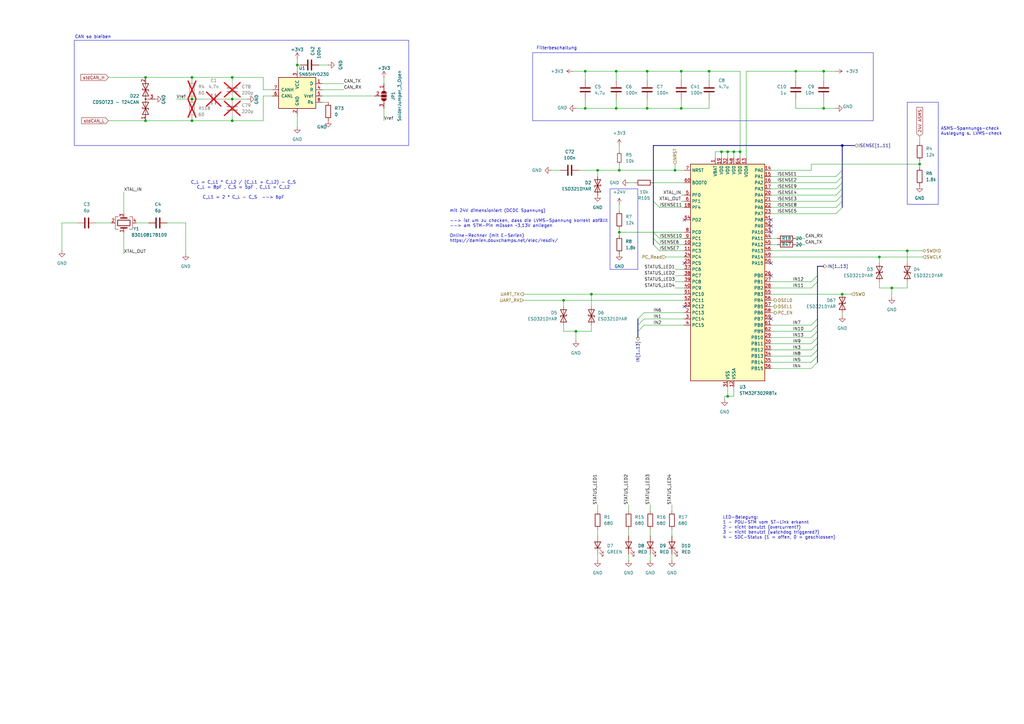
<source format=kicad_sch>
(kicad_sch
	(version 20231120)
	(generator "eeschema")
	(generator_version "8.0")
	(uuid "aa933140-9f4b-4735-968c-43a62bfa3dd4")
	(paper "A3")
	(title_block
		(title "PDU FT25")
		(date "2024-11-23")
		(rev "V1.1")
		(company "Janek Herm")
		(comment 1 "FaSTTUBe Electronics")
	)
	
	(junction
		(at 372.11 102.87)
		(diameter 0)
		(color 0 0 0 0)
		(uuid "011fb3dc-49db-4df5-b559-38f85c6453d7")
	)
	(junction
		(at 240.03 29.21)
		(diameter 0)
		(color 0 0 0 0)
		(uuid "1c1561dd-db1e-4379-88cb-32c62072201a")
	)
	(junction
		(at 95.25 31.75)
		(diameter 0)
		(color 0 0 0 0)
		(uuid "2909134b-3d57-4d2d-930f-c2f46d76c54e")
	)
	(junction
		(at 377.19 67.31)
		(diameter 0)
		(color 0 0 0 0)
		(uuid "311f828e-ff1f-4cf4-b987-2f4449bd4082")
	)
	(junction
		(at 95.25 49.53)
		(diameter 0)
		(color 0 0 0 0)
		(uuid "32bc5ba3-b62b-42dc-82e3-cb95cb6a2278")
	)
	(junction
		(at 345.44 59.69)
		(diameter 0)
		(color 0 0 0 0)
		(uuid "336ecfe3-4b6c-4c03-ad58-6e9f8ed49a93")
	)
	(junction
		(at 78.74 40.64)
		(diameter 0)
		(color 0 0 0 0)
		(uuid "470305e6-4469-423b-a0b1-e2953ae99fd0")
	)
	(junction
		(at 298.45 162.56)
		(diameter 0)
		(color 0 0 0 0)
		(uuid "4a042d06-5575-481b-9363-db3682fcd0d8")
	)
	(junction
		(at 300.99 62.23)
		(diameter 0)
		(color 0 0 0 0)
		(uuid "4a5d67a8-f458-4ca3-8b92-21a112e0f4b4")
	)
	(junction
		(at 345.44 120.65)
		(diameter 0)
		(color 0 0 0 0)
		(uuid "5313608d-9ab5-48e5-82e8-55e235e03479")
	)
	(junction
		(at 337.82 44.45)
		(diameter 0)
		(color 0 0 0 0)
		(uuid "60d16c02-84b1-46a4-a9a4-92263b8dcb49")
	)
	(junction
		(at 231.14 123.19)
		(diameter 0)
		(color 0 0 0 0)
		(uuid "626ea7c1-1f42-4e13-92ec-5605ebdee387")
	)
	(junction
		(at 265.43 29.21)
		(diameter 0)
		(color 0 0 0 0)
		(uuid "67916b88-e6d0-4b5a-9f27-3bf6035e0635")
	)
	(junction
		(at 240.03 44.45)
		(diameter 0)
		(color 0 0 0 0)
		(uuid "7b12ecee-0c67-4465-8158-f60ce921a82f")
	)
	(junction
		(at 59.69 49.53)
		(diameter 0)
		(color 0 0 0 0)
		(uuid "7d48d275-4def-49ef-b085-5aa0c138e2f0")
	)
	(junction
		(at 326.39 29.21)
		(diameter 0)
		(color 0 0 0 0)
		(uuid "8065c336-233f-4333-8fb9-b0cf210d8d84")
	)
	(junction
		(at 252.73 29.21)
		(diameter 0)
		(color 0 0 0 0)
		(uuid "81124fb1-9228-4404-b2ec-46da02e0191c")
	)
	(junction
		(at 365.76 118.11)
		(diameter 0)
		(color 0 0 0 0)
		(uuid "82270b0f-876d-4834-8031-39dfa01b2c6f")
	)
	(junction
		(at 303.53 62.23)
		(diameter 0)
		(color 0 0 0 0)
		(uuid "92181147-f6d9-4a30-9e52-285e8f653835")
	)
	(junction
		(at 78.74 31.75)
		(diameter 0)
		(color 0 0 0 0)
		(uuid "952a4c72-7ac6-4c90-b284-d228a11ad936")
	)
	(junction
		(at 242.57 120.65)
		(diameter 0)
		(color 0 0 0 0)
		(uuid "95a581c5-e4bd-45c4-96a0-197a7042ffb5")
	)
	(junction
		(at 295.91 62.23)
		(diameter 0)
		(color 0 0 0 0)
		(uuid "9d39e635-6ccb-4356-8a35-e6683e33abc6")
	)
	(junction
		(at 265.43 44.45)
		(diameter 0)
		(color 0 0 0 0)
		(uuid "a024b72b-5e3f-46fb-a2e4-a5878e8a88f4")
	)
	(junction
		(at 254 95.25)
		(diameter 0)
		(color 0 0 0 0)
		(uuid "aaccc812-c088-498a-befd-eb96b122b5fd")
	)
	(junction
		(at 276.86 69.85)
		(diameter 0)
		(color 0 0 0 0)
		(uuid "bb8bbc0e-59ca-4c70-96e1-574d2a709031")
	)
	(junction
		(at 236.22 135.89)
		(diameter 0)
		(color 0 0 0 0)
		(uuid "bbf3a917-6a04-4fd5-b852-be679d151fde")
	)
	(junction
		(at 290.83 29.21)
		(diameter 0)
		(color 0 0 0 0)
		(uuid "c3804580-880e-42ec-9ac0-0d99145ce20d")
	)
	(junction
		(at 252.73 44.45)
		(diameter 0)
		(color 0 0 0 0)
		(uuid "cb8dda75-074d-4c4c-adc1-368befa4d039")
	)
	(junction
		(at 59.69 31.75)
		(diameter 0)
		(color 0 0 0 0)
		(uuid "d75b7bf1-045e-4ebc-ba5e-d28f4f4c79ce")
	)
	(junction
		(at 245.11 69.85)
		(diameter 0)
		(color 0 0 0 0)
		(uuid "dfeaeceb-2205-4019-aa61-2b137b393fbc")
	)
	(junction
		(at 254 69.85)
		(diameter 0)
		(color 0 0 0 0)
		(uuid "e2b50f20-59e9-4842-97d3-a31cc6b12de2")
	)
	(junction
		(at 121.92 26.67)
		(diameter 0)
		(color 0 0 0 0)
		(uuid "e2d03ef5-6f0d-42ac-b206-09a65441fc7c")
	)
	(junction
		(at 78.74 49.53)
		(diameter 0)
		(color 0 0 0 0)
		(uuid "e3bee0d1-ee56-45a2-b990-12f34ff6079d")
	)
	(junction
		(at 360.68 105.41)
		(diameter 0)
		(color 0 0 0 0)
		(uuid "efedf725-2801-4356-be55-6b5641a8266e")
	)
	(junction
		(at 95.25 40.64)
		(diameter 0)
		(color 0 0 0 0)
		(uuid "effeb44b-6653-4665-8798-a89e5d31ce18")
	)
	(junction
		(at 337.82 29.21)
		(diameter 0)
		(color 0 0 0 0)
		(uuid "f3432773-749d-40c3-8aa7-240cc93fb599")
	)
	(junction
		(at 298.45 62.23)
		(diameter 0)
		(color 0 0 0 0)
		(uuid "f5034439-030d-403b-8d95-4d009b618e77")
	)
	(junction
		(at 279.4 44.45)
		(diameter 0)
		(color 0 0 0 0)
		(uuid "f79ecdf7-8915-4abb-bd2a-27ce32ad523f")
	)
	(junction
		(at 279.4 29.21)
		(diameter 0)
		(color 0 0 0 0)
		(uuid "fc270b45-755a-4224-a4f1-a9ea4d6490f5")
	)
	(no_connect
		(at 316.23 90.17)
		(uuid "075be4a6-f93d-4ab9-bd89-dc240df4e00e")
	)
	(no_connect
		(at 316.23 95.25)
		(uuid "3c312b4f-fa58-492d-8a28-9962baf598ef")
	)
	(no_connect
		(at 280.67 125.73)
		(uuid "3d18cbec-9d6d-4b25-acd5-d8fdd5b8b0be")
	)
	(no_connect
		(at 280.67 90.17)
		(uuid "4865fe96-237f-418e-93a3-2eaf2c765084")
	)
	(no_connect
		(at 316.23 92.71)
		(uuid "510c8434-b139-4ac7-9ea5-f6153de72f0d")
	)
	(no_connect
		(at 316.23 113.03)
		(uuid "8dac3224-e958-4a1c-876d-20be0b6c8628")
	)
	(no_connect
		(at 316.23 107.95)
		(uuid "8f06113e-c45d-4956-805b-218f9b13b4e8")
	)
	(no_connect
		(at 280.67 107.95)
		(uuid "969aafdd-ff23-44c3-be52-b64f08887ca4")
	)
	(no_connect
		(at 316.23 130.81)
		(uuid "f3edb4bb-b4ce-4188-b8ef-5f275d15386e")
	)
	(bus_entry
		(at 342.9 74.93)
		(size 2.54 -2.54)
		(stroke
			(width 0)
			(type default)
		)
		(uuid "0f44c7bf-42fb-4027-bf20-709ad1aa704a")
	)
	(bus_entry
		(at 332.74 143.51)
		(size 2.54 -2.54)
		(stroke
			(width 0)
			(type default)
		)
		(uuid "1a8c4578-18d3-4d5b-9d91-abbaf03e9138")
	)
	(bus_entry
		(at 342.9 82.55)
		(size 2.54 -2.54)
		(stroke
			(width 0)
			(type default)
		)
		(uuid "3746bdc5-d4d0-444e-a59d-ea02833a6a65")
	)
	(bus_entry
		(at 342.9 72.39)
		(size 2.54 -2.54)
		(stroke
			(width 0)
			(type default)
		)
		(uuid "3945f06b-623d-49c3-983b-f40b5edec678")
	)
	(bus_entry
		(at 342.9 87.63)
		(size 2.54 -2.54)
		(stroke
			(width 0)
			(type default)
		)
		(uuid "3ff9cecd-8190-4579-b1d8-07f660d68860")
	)
	(bus_entry
		(at 267.97 82.55)
		(size 2.54 2.54)
		(stroke
			(width 0)
			(type default)
		)
		(uuid "415918d5-945d-46a2-bcb2-58c2ce3f6977")
	)
	(bus_entry
		(at 332.74 118.11)
		(size 2.54 -2.54)
		(stroke
			(width 0)
			(type default)
		)
		(uuid "4957f270-e681-45e8-a176-90f5101326f9")
	)
	(bus_entry
		(at 342.9 77.47)
		(size 2.54 -2.54)
		(stroke
			(width 0)
			(type default)
		)
		(uuid "4c8b6feb-847b-42b4-8753-f006923bda77")
	)
	(bus_entry
		(at 264.16 133.35)
		(size -2.54 2.54)
		(stroke
			(width 0)
			(type default)
		)
		(uuid "52c108e7-42d8-40ea-9646-fd41e1b7635a")
	)
	(bus_entry
		(at 332.74 133.35)
		(size 2.54 -2.54)
		(stroke
			(width 0)
			(type default)
		)
		(uuid "56b096de-f889-42c6-a376-cc718212d028")
	)
	(bus_entry
		(at 332.74 140.97)
		(size 2.54 -2.54)
		(stroke
			(width 0)
			(type default)
		)
		(uuid "579023c9-aee9-4289-bcef-52162fcd86e4")
	)
	(bus_entry
		(at 264.16 128.27)
		(size -2.54 2.54)
		(stroke
			(width 0)
			(type default)
		)
		(uuid "5a9829a9-2752-40b1-90db-78e699e955aa")
	)
	(bus_entry
		(at 270.51 100.33)
		(size -2.54 -2.54)
		(stroke
			(width 0)
			(type default)
		)
		(uuid "64135b90-3a0c-4804-9fde-547c8272c55d")
	)
	(bus_entry
		(at 270.51 97.79)
		(size -2.54 -2.54)
		(stroke
			(width 0)
			(type default)
		)
		(uuid "6719ffa9-6a4f-44fe-8a9a-c324cb13ff44")
	)
	(bus_entry
		(at 264.16 130.81)
		(size -2.54 2.54)
		(stroke
			(width 0)
			(type default)
		)
		(uuid "6d55b9a8-3776-4f25-929e-c56e410e4a49")
	)
	(bus_entry
		(at 332.74 115.57)
		(size 2.54 -2.54)
		(stroke
			(width 0)
			(type default)
		)
		(uuid "7447557f-810c-4ffc-b3cf-e8a8b88576b2")
	)
	(bus_entry
		(at 270.51 102.87)
		(size -2.54 -2.54)
		(stroke
			(width 0)
			(type default)
		)
		(uuid "7ed18590-037b-413d-a1f3-a02291ce0ea9")
	)
	(bus_entry
		(at 332.74 148.59)
		(size 2.54 -2.54)
		(stroke
			(width 0)
			(type default)
		)
		(uuid "808fcb53-b6eb-4126-b4a3-839040796060")
	)
	(bus_entry
		(at 332.74 138.43)
		(size 2.54 -2.54)
		(stroke
			(width 0)
			(type default)
		)
		(uuid "90d7f3a5-58af-4177-955c-92363bd0700d")
	)
	(bus_entry
		(at 332.74 151.13)
		(size 2.54 -2.54)
		(stroke
			(width 0)
			(type default)
		)
		(uuid "96e2509f-440b-4476-a949-5afab6fe1157")
	)
	(bus_entry
		(at 342.9 80.01)
		(size 2.54 -2.54)
		(stroke
			(width 0)
			(type default)
		)
		(uuid "b0a68681-9431-48bb-8eb2-62215f344ead")
	)
	(bus_entry
		(at 342.9 85.09)
		(size 2.54 -2.54)
		(stroke
			(width 0)
			(type default)
		)
		(uuid "ea1a9b47-f76d-4abc-b8f5-fd23807434c3")
	)
	(bus_entry
		(at 332.74 146.05)
		(size 2.54 -2.54)
		(stroke
			(width 0)
			(type default)
		)
		(uuid "f601e2f6-d62a-4439-b759-53677e622b58")
	)
	(bus_entry
		(at 332.74 135.89)
		(size 2.54 -2.54)
		(stroke
			(width 0)
			(type default)
		)
		(uuid "fb76438c-e197-4f72-9ef1-1130912a6e42")
	)
	(wire
		(pts
			(xy 377.19 58.42) (xy 377.19 55.88)
		)
		(stroke
			(width 0)
			(type default)
		)
		(uuid "02d18d42-d97e-4718-876a-30117100b9d9")
	)
	(wire
		(pts
			(xy 279.4 44.45) (xy 290.83 44.45)
		)
		(stroke
			(width 0)
			(type default)
		)
		(uuid "04342634-bf56-4170-94fb-99898055f07c")
	)
	(wire
		(pts
			(xy 121.92 26.67) (xy 123.19 26.67)
		)
		(stroke
			(width 0)
			(type default)
		)
		(uuid "04624f39-4f16-4cd8-945f-0c0f280b88d6")
	)
	(wire
		(pts
			(xy 111.76 36.83) (xy 107.95 36.83)
		)
		(stroke
			(width 0)
			(type default)
		)
		(uuid "04ce5f16-006c-484e-9448-6f35bc303ded")
	)
	(wire
		(pts
			(xy 298.45 64.77) (xy 298.45 62.23)
		)
		(stroke
			(width 0)
			(type default)
		)
		(uuid "0635cc89-ab21-411b-b2fb-734cbbdf8e6c")
	)
	(wire
		(pts
			(xy 72.39 40.64) (xy 78.74 40.64)
		)
		(stroke
			(width 0)
			(type default)
		)
		(uuid "067e1c89-22ea-4cd0-ac58-970449aa4157")
	)
	(wire
		(pts
			(xy 360.68 118.11) (xy 365.76 118.11)
		)
		(stroke
			(width 0)
			(type default)
		)
		(uuid "06af84a9-4fe0-46df-a673-fdffb9ae579b")
	)
	(wire
		(pts
			(xy 265.43 44.45) (xy 279.4 44.45)
		)
		(stroke
			(width 0)
			(type default)
		)
		(uuid "06cd50e4-a84d-4173-93ad-9c195c5ec8b1")
	)
	(wire
		(pts
			(xy 132.08 36.83) (xy 140.97 36.83)
		)
		(stroke
			(width 0)
			(type default)
		)
		(uuid "07d36fce-b92d-4ebb-924c-b0c58b3ef7ca")
	)
	(wire
		(pts
			(xy 254 95.25) (xy 267.97 95.25)
		)
		(stroke
			(width 0)
			(type default)
		)
		(uuid "08e5a2d8-f52d-4e51-88ae-1aa4173a3966")
	)
	(wire
		(pts
			(xy 326.39 100.33) (xy 330.2 100.33)
		)
		(stroke
			(width 0)
			(type default)
		)
		(uuid "09722ccd-1166-497f-a94c-e44e9be372b5")
	)
	(wire
		(pts
			(xy 293.37 62.23) (xy 295.91 62.23)
		)
		(stroke
			(width 0)
			(type default)
		)
		(uuid "0ad49cbe-2a59-4aad-8360-58993f3de25e")
	)
	(wire
		(pts
			(xy 273.05 105.41) (xy 280.67 105.41)
		)
		(stroke
			(width 0)
			(type default)
		)
		(uuid "0bc28ca4-8f1e-4623-ac18-3bdbbf65d63a")
	)
	(wire
		(pts
			(xy 266.7 207.01) (xy 266.7 209.55)
		)
		(stroke
			(width 0)
			(type default)
		)
		(uuid "0bf4fa6e-f353-4c5b-89b0-744fdf8daf9d")
	)
	(wire
		(pts
			(xy 78.74 31.75) (xy 78.74 33.02)
		)
		(stroke
			(width 0)
			(type default)
		)
		(uuid "0ea186d4-0575-4211-a5c2-c47d1a397213")
	)
	(bus
		(pts
			(xy 261.62 130.81) (xy 261.62 133.35)
		)
		(stroke
			(width 0)
			(type default)
		)
		(uuid "11f67c83-3ffd-46d0-aec1-8c99a833f6e3")
	)
	(wire
		(pts
			(xy 240.03 44.45) (xy 252.73 44.45)
		)
		(stroke
			(width 0)
			(type default)
		)
		(uuid "1231f68a-96d2-44b7-8d3c-b74c91867cc1")
	)
	(wire
		(pts
			(xy 78.74 48.26) (xy 78.74 49.53)
		)
		(stroke
			(width 0)
			(type default)
		)
		(uuid "129613d9-101d-4f0c-8d4a-a64ce9206fbe")
	)
	(wire
		(pts
			(xy 252.73 29.21) (xy 265.43 29.21)
		)
		(stroke
			(width 0)
			(type default)
		)
		(uuid "1351a6f2-d547-4c92-a7bd-fc66aa2b7b1c")
	)
	(wire
		(pts
			(xy 242.57 133.35) (xy 242.57 135.89)
		)
		(stroke
			(width 0)
			(type default)
		)
		(uuid "1465ca23-40a4-46ec-b0f8-03f7ee145ad2")
	)
	(wire
		(pts
			(xy 132.08 41.91) (xy 134.62 41.91)
		)
		(stroke
			(width 0)
			(type default)
		)
		(uuid "14f3c7a6-d742-4322-bb88-1c8b862b32bd")
	)
	(wire
		(pts
			(xy 316.23 85.09) (xy 342.9 85.09)
		)
		(stroke
			(width 0)
			(type default)
		)
		(uuid "1563780a-b8ea-48ce-ab08-85a32f8ef187")
	)
	(wire
		(pts
			(xy 50.8 78.74) (xy 50.8 87.63)
		)
		(stroke
			(width 0)
			(type default)
		)
		(uuid "156a91e1-7575-43e4-ad21-502973462c11")
	)
	(wire
		(pts
			(xy 231.14 135.89) (xy 231.14 133.35)
		)
		(stroke
			(width 0)
			(type default)
		)
		(uuid "157e1d50-e501-4dc1-82d3-3f6de57d9811")
	)
	(wire
		(pts
			(xy 242.57 120.65) (xy 280.67 120.65)
		)
		(stroke
			(width 0)
			(type default)
		)
		(uuid "1c82b389-0ccd-411f-b0dd-64169c5ee93b")
	)
	(wire
		(pts
			(xy 270.51 85.09) (xy 280.67 85.09)
		)
		(stroke
			(width 0)
			(type default)
		)
		(uuid "1ddaf174-0c95-486d-ba76-21612d5dfbc2")
	)
	(wire
		(pts
			(xy 245.11 227.33) (xy 245.11 229.87)
		)
		(stroke
			(width 0)
			(type default)
		)
		(uuid "1f718422-99da-4137-9d23-e032c03b928c")
	)
	(wire
		(pts
			(xy 78.74 49.53) (xy 95.25 49.53)
		)
		(stroke
			(width 0)
			(type default)
		)
		(uuid "20098200-20b7-498b-9c5a-1c253e7e5f5b")
	)
	(bus
		(pts
			(xy 345.44 69.85) (xy 345.44 72.39)
		)
		(stroke
			(width 0)
			(type default)
		)
		(uuid "2251dd67-3d1a-45bd-95a7-174c40e8a15b")
	)
	(wire
		(pts
			(xy 60.96 91.44) (xy 55.88 91.44)
		)
		(stroke
			(width 0)
			(type default)
		)
		(uuid "237a38f9-6614-4bbc-b48b-aa6c4183ece0")
	)
	(wire
		(pts
			(xy 377.19 66.04) (xy 377.19 67.31)
		)
		(stroke
			(width 0)
			(type default)
		)
		(uuid "242ca8e3-8ac4-4d29-8295-d68ee03413d1")
	)
	(wire
		(pts
			(xy 372.11 102.87) (xy 378.46 102.87)
		)
		(stroke
			(width 0)
			(type default)
		)
		(uuid "24abb6d5-4626-4519-b279-895ef4faf25c")
	)
	(wire
		(pts
			(xy 121.92 24.13) (xy 121.92 26.67)
		)
		(stroke
			(width 0)
			(type default)
		)
		(uuid "253308ce-4f34-45f1-a309-15a60f1e19ef")
	)
	(bus
		(pts
			(xy 335.28 130.81) (xy 335.28 133.35)
		)
		(stroke
			(width 0)
			(type default)
		)
		(uuid "25755da5-b2ff-4cff-8bc2-24cd8eade220")
	)
	(bus
		(pts
			(xy 345.44 74.93) (xy 345.44 77.47)
		)
		(stroke
			(width 0)
			(type default)
		)
		(uuid "262d263f-f433-4679-862b-308035de0a2b")
	)
	(wire
		(pts
			(xy 377.19 67.31) (xy 377.19 68.58)
		)
		(stroke
			(width 0)
			(type default)
		)
		(uuid "26bc09cc-8c0a-4375-86fc-e47074c1f63b")
	)
	(wire
		(pts
			(xy 44.45 49.53) (xy 59.69 49.53)
		)
		(stroke
			(width 0)
			(type default)
		)
		(uuid "274e5ee3-d781-4532-b53c-05387a81ff92")
	)
	(wire
		(pts
			(xy 316.23 118.11) (xy 332.74 118.11)
		)
		(stroke
			(width 0)
			(type default)
		)
		(uuid "2887116b-bea2-468f-885b-5166edebab89")
	)
	(wire
		(pts
			(xy 95.25 48.26) (xy 95.25 49.53)
		)
		(stroke
			(width 0)
			(type default)
		)
		(uuid "2c36341c-e8ad-4c3f-828b-51d06c455951")
	)
	(wire
		(pts
			(xy 231.14 123.19) (xy 231.14 125.73)
		)
		(stroke
			(width 0)
			(type default)
		)
		(uuid "2c550914-75dd-41a4-85f1-6281fd0a4d4b")
	)
	(wire
		(pts
			(xy 297.18 162.56) (xy 297.18 163.83)
		)
		(stroke
			(width 0)
			(type default)
		)
		(uuid "2e6a84cd-4428-4a5b-8eac-d5d5a9e09196")
	)
	(wire
		(pts
			(xy 265.43 44.45) (xy 252.73 44.45)
		)
		(stroke
			(width 0)
			(type default)
		)
		(uuid "30049d16-312a-40c3-b4e3-d52ec94734e7")
	)
	(bus
		(pts
			(xy 335.28 146.05) (xy 335.28 148.59)
		)
		(stroke
			(width 0)
			(type default)
		)
		(uuid "309f5f35-3328-4fa8-b4c3-460525690a03")
	)
	(wire
		(pts
			(xy 316.23 72.39) (xy 342.9 72.39)
		)
		(stroke
			(width 0)
			(type default)
		)
		(uuid "31d32d8b-498b-4e2e-a65c-ff11263582c5")
	)
	(wire
		(pts
			(xy 254 86.36) (xy 254 83.82)
		)
		(stroke
			(width 0)
			(type default)
		)
		(uuid "336dd7a3-3351-448e-a2f7-0a868d778216")
	)
	(wire
		(pts
			(xy 236.22 135.89) (xy 236.22 139.7)
		)
		(stroke
			(width 0)
			(type default)
		)
		(uuid "3391f9c0-1432-4401-8274-c3c771b182a4")
	)
	(bus
		(pts
			(xy 267.97 95.25) (xy 267.97 97.79)
		)
		(stroke
			(width 0)
			(type default)
		)
		(uuid "33f73685-2792-44e9-b5b0-05bbf7fcddaf")
	)
	(wire
		(pts
			(xy 266.7 217.17) (xy 266.7 219.71)
		)
		(stroke
			(width 0)
			(type default)
		)
		(uuid "34478a33-d1b1-4338-b1b6-16785ed628a0")
	)
	(bus
		(pts
			(xy 345.44 59.69) (xy 345.44 69.85)
		)
		(stroke
			(width 0)
			(type default)
		)
		(uuid "35dec71b-26c6-47fc-8b49-5e8e283a85f2")
	)
	(wire
		(pts
			(xy 39.37 91.44) (xy 45.72 91.44)
		)
		(stroke
			(width 0)
			(type default)
		)
		(uuid "36c25c5f-bef6-4b8d-872a-cb5f3de296cf")
	)
	(wire
		(pts
			(xy 270.51 100.33) (xy 280.67 100.33)
		)
		(stroke
			(width 0)
			(type default)
		)
		(uuid "374ea217-4be8-4b55-9567-a3387401ee1c")
	)
	(wire
		(pts
			(xy 342.9 44.45) (xy 337.82 44.45)
		)
		(stroke
			(width 0)
			(type default)
		)
		(uuid "380ed02c-02ec-493d-8e7a-a4d524cb20de")
	)
	(wire
		(pts
			(xy 316.23 138.43) (xy 332.74 138.43)
		)
		(stroke
			(width 0)
			(type default)
		)
		(uuid "3a208043-40df-48e3-96d8-2487d26fc72c")
	)
	(wire
		(pts
			(xy 236.22 44.45) (xy 240.03 44.45)
		)
		(stroke
			(width 0)
			(type default)
		)
		(uuid "3ad73296-22dc-403c-848b-592e5ee820e8")
	)
	(wire
		(pts
			(xy 280.67 118.11) (xy 276.86 118.11)
		)
		(stroke
			(width 0)
			(type default)
		)
		(uuid "3bf0defa-f434-4da3-9852-926b797769df")
	)
	(wire
		(pts
			(xy 306.07 29.21) (xy 326.39 29.21)
		)
		(stroke
			(width 0)
			(type default)
		)
		(uuid "3cf2ceea-35e9-4eb7-a160-b660911651bb")
	)
	(wire
		(pts
			(xy 267.97 95.25) (xy 280.67 95.25)
		)
		(stroke
			(width 0)
			(type default)
		)
		(uuid "3d16aa63-6a30-475f-8032-7202d08f3907")
	)
	(wire
		(pts
			(xy 316.23 133.35) (xy 332.74 133.35)
		)
		(stroke
			(width 0)
			(type default)
		)
		(uuid "3e4b90b5-23af-4990-a30f-addd83c93519")
	)
	(wire
		(pts
			(xy 280.67 130.81) (xy 264.16 130.81)
		)
		(stroke
			(width 0)
			(type default)
		)
		(uuid "3f3265f9-c18a-4c90-9076-96d9d1762ce8")
	)
	(wire
		(pts
			(xy 303.53 62.23) (xy 303.53 29.21)
		)
		(stroke
			(width 0)
			(type default)
		)
		(uuid "3fbf1dcd-d369-4d97-86e5-0d64166f1695")
	)
	(wire
		(pts
			(xy 111.76 39.37) (xy 107.95 39.37)
		)
		(stroke
			(width 0)
			(type default)
		)
		(uuid "433a9bd0-c4d3-45af-9bb9-a8a1648b5d0a")
	)
	(wire
		(pts
			(xy 44.45 31.75) (xy 59.69 31.75)
		)
		(stroke
			(width 0)
			(type default)
		)
		(uuid "4412c598-e00c-403a-a5e8-1df1ebe79e2c")
	)
	(bus
		(pts
			(xy 345.44 77.47) (xy 345.44 80.01)
		)
		(stroke
			(width 0)
			(type default)
		)
		(uuid "446d3b8a-b184-43ef-a483-c9827ee7e5e8")
	)
	(wire
		(pts
			(xy 279.4 29.21) (xy 290.83 29.21)
		)
		(stroke
			(width 0)
			(type default)
		)
		(uuid "44b7664b-4334-4003-b151-630ab004c928")
	)
	(wire
		(pts
			(xy 372.11 118.11) (xy 365.76 118.11)
		)
		(stroke
			(width 0)
			(type default)
		)
		(uuid "4800bad9-6f06-4d3c-bf38-d17eb414de1d")
	)
	(wire
		(pts
			(xy 134.62 26.67) (xy 130.81 26.67)
		)
		(stroke
			(width 0)
			(type default)
		)
		(uuid "488018a1-c63c-4e72-9bd5-1976cce0172a")
	)
	(wire
		(pts
			(xy 316.23 115.57) (xy 332.74 115.57)
		)
		(stroke
			(width 0)
			(type default)
		)
		(uuid "49c8365a-ca95-400b-ad63-9129e1136d9e")
	)
	(wire
		(pts
			(xy 300.99 64.77) (xy 300.99 62.23)
		)
		(stroke
			(width 0)
			(type default)
		)
		(uuid "4a81f28c-0a6a-4076-8b7b-e8bba29c0ade")
	)
	(wire
		(pts
			(xy 360.68 105.41) (xy 378.46 105.41)
		)
		(stroke
			(width 0)
			(type default)
		)
		(uuid "4b0fb995-16e8-4924-9090-aa604e816928")
	)
	(wire
		(pts
			(xy 265.43 40.64) (xy 265.43 44.45)
		)
		(stroke
			(width 0)
			(type default)
		)
		(uuid "4b690891-d34d-4a2c-b54b-a2bcf5e0cc9f")
	)
	(bus
		(pts
			(xy 267.97 59.69) (xy 267.97 82.55)
		)
		(stroke
			(width 0)
			(type default)
		)
		(uuid "4ba8ccba-e453-4230-9b0a-2d1e0788caac")
	)
	(wire
		(pts
			(xy 78.74 40.64) (xy 83.82 40.64)
		)
		(stroke
			(width 0)
			(type default)
		)
		(uuid "4bd024fb-1685-452e-a6bf-c127e24ffee7")
	)
	(wire
		(pts
			(xy 280.67 113.03) (xy 276.86 113.03)
		)
		(stroke
			(width 0)
			(type default)
		)
		(uuid "4d686276-809a-44e4-b3e6-33295a39cb5e")
	)
	(wire
		(pts
			(xy 316.23 105.41) (xy 360.68 105.41)
		)
		(stroke
			(width 0)
			(type default)
		)
		(uuid "5041efb4-b0cd-4bdc-8e62-0fcb005a0b74")
	)
	(wire
		(pts
			(xy 59.69 49.53) (xy 78.74 49.53)
		)
		(stroke
			(width 0)
			(type default)
		)
		(uuid "506edc40-1449-4a7b-a3df-6fc0e696fc78")
	)
	(wire
		(pts
			(xy 345.44 120.65) (xy 349.25 120.65)
		)
		(stroke
			(width 0)
			(type default)
		)
		(uuid "5142e485-75a2-4b99-8639-39b54d2807f6")
	)
	(wire
		(pts
			(xy 316.23 74.93) (xy 342.9 74.93)
		)
		(stroke
			(width 0)
			(type default)
		)
		(uuid "51c6b7a0-c71a-4d20-abba-9f1e5de5eaa8")
	)
	(wire
		(pts
			(xy 214.63 120.65) (xy 242.57 120.65)
		)
		(stroke
			(width 0)
			(type default)
		)
		(uuid "5207cf23-6b89-48ca-94f2-bc37a24192fc")
	)
	(wire
		(pts
			(xy 267.97 74.93) (xy 280.67 74.93)
		)
		(stroke
			(width 0)
			(type default)
		)
		(uuid "5457882c-466e-435a-a493-eb45347e573f")
	)
	(wire
		(pts
			(xy 254 93.98) (xy 254 95.25)
		)
		(stroke
			(width 0)
			(type default)
		)
		(uuid "5594d980-1253-4a7d-8f92-fa49c6434d84")
	)
	(wire
		(pts
			(xy 275.59 227.33) (xy 275.59 229.87)
		)
		(stroke
			(width 0)
			(type default)
		)
		(uuid "573af0e6-6fab-4c99-875e-6675a452eab1")
	)
	(wire
		(pts
			(xy 290.83 33.02) (xy 290.83 29.21)
		)
		(stroke
			(width 0)
			(type default)
		)
		(uuid "5762d99e-3126-4890-9607-31256a488ae7")
	)
	(wire
		(pts
			(xy 316.23 143.51) (xy 332.74 143.51)
		)
		(stroke
			(width 0)
			(type default)
		)
		(uuid "57c4bab5-a989-445b-aaad-9f7fb046ca6b")
	)
	(wire
		(pts
			(xy 240.03 29.21) (xy 252.73 29.21)
		)
		(stroke
			(width 0)
			(type default)
		)
		(uuid "592440ee-12c4-4be4-984c-ce759230f308")
	)
	(wire
		(pts
			(xy 254 69.85) (xy 276.86 69.85)
		)
		(stroke
			(width 0)
			(type default)
		)
		(uuid "5bff72cf-84d5-4a35-a479-cee7167288e0")
	)
	(wire
		(pts
			(xy 298.45 162.56) (xy 297.18 162.56)
		)
		(stroke
			(width 0)
			(type default)
		)
		(uuid "5fa66723-a87b-4fd8-a7ed-6a6ee875c26b")
	)
	(bus
		(pts
			(xy 335.28 138.43) (xy 335.28 140.97)
		)
		(stroke
			(width 0)
			(type default)
		)
		(uuid "61312873-5fe1-42fd-9fb3-f775d083cf32")
	)
	(bus
		(pts
			(xy 345.44 80.01) (xy 345.44 82.55)
		)
		(stroke
			(width 0)
			(type default)
		)
		(uuid "63056bca-8aa2-4c61-9c04-4ba2d5dd7eae")
	)
	(wire
		(pts
			(xy 318.77 97.79) (xy 316.23 97.79)
		)
		(stroke
			(width 0)
			(type default)
		)
		(uuid "640e7ef2-ac50-4a3d-b491-720fc4ede5e4")
	)
	(wire
		(pts
			(xy 265.43 29.21) (xy 279.4 29.21)
		)
		(stroke
			(width 0)
			(type default)
		)
		(uuid "66b9af82-6c1b-407a-b830-0a7aa102153f")
	)
	(wire
		(pts
			(xy 245.11 69.85) (xy 254 69.85)
		)
		(stroke
			(width 0)
			(type default)
		)
		(uuid "66fbc815-56c4-4aa8-8b02-e2734d7501f7")
	)
	(wire
		(pts
			(xy 76.2 104.14) (xy 76.2 91.44)
		)
		(stroke
			(width 0)
			(type default)
		)
		(uuid "6760abfc-8efe-43dd-b4af-004d7b033428")
	)
	(wire
		(pts
			(xy 316.23 135.89) (xy 332.74 135.89)
		)
		(stroke
			(width 0)
			(type default)
		)
		(uuid "6b3f2e83-c285-4a0e-812a-970aa35eb8f3")
	)
	(wire
		(pts
			(xy 280.67 115.57) (xy 276.86 115.57)
		)
		(stroke
			(width 0)
			(type default)
		)
		(uuid "6c1e18e5-29de-4d47-831a-a5fba3321085")
	)
	(wire
		(pts
			(xy 276.86 67.31) (xy 276.86 69.85)
		)
		(stroke
			(width 0)
			(type default)
		)
		(uuid "70625563-a097-4b0a-a81d-15bb826a1032")
	)
	(wire
		(pts
			(xy 231.14 123.19) (xy 280.67 123.19)
		)
		(stroke
			(width 0)
			(type default)
		)
		(uuid "71fbcbc7-bf8a-4a19-9647-4c101a51522e")
	)
	(wire
		(pts
			(xy 242.57 120.65) (xy 242.57 125.73)
		)
		(stroke
			(width 0)
			(type default)
		)
		(uuid "73b98dab-d36d-4942-84f4-1c29626f61b6")
	)
	(wire
		(pts
			(xy 316.23 151.13) (xy 332.74 151.13)
		)
		(stroke
			(width 0)
			(type default)
		)
		(uuid "78a1b69a-85ae-4515-a0a1-e32eb2d8856e")
	)
	(wire
		(pts
			(xy 257.81 217.17) (xy 257.81 219.71)
		)
		(stroke
			(width 0)
			(type default)
		)
		(uuid "791a09bf-b5e3-4a76-ab8d-ab77a05166b1")
	)
	(wire
		(pts
			(xy 316.23 120.65) (xy 345.44 120.65)
		)
		(stroke
			(width 0)
			(type default)
		)
		(uuid "7afe081f-ff81-4631-9152-55ea34458800")
	)
	(wire
		(pts
			(xy 275.59 217.17) (xy 275.59 219.71)
		)
		(stroke
			(width 0)
			(type default)
		)
		(uuid "7bccdd04-4201-4262-afdb-1f717b63954d")
	)
	(wire
		(pts
			(xy 365.76 118.11) (xy 365.76 121.92)
		)
		(stroke
			(width 0)
			(type default)
		)
		(uuid "7ce15126-e46f-450a-88cf-bf021729bbd4")
	)
	(wire
		(pts
			(xy 300.99 162.56) (xy 298.45 162.56)
		)
		(stroke
			(width 0)
			(type default)
		)
		(uuid "7d3688bd-ee5d-46b9-bb87-c57b2f2ef841")
	)
	(wire
		(pts
			(xy 372.11 102.87) (xy 372.11 107.95)
		)
		(stroke
			(width 0)
			(type default)
		)
		(uuid "7d8e42e8-1bd0-4296-9880-9fba3a45d953")
	)
	(wire
		(pts
			(xy 157.48 44.45) (xy 157.48 49.53)
		)
		(stroke
			(width 0)
			(type default)
		)
		(uuid "7e2d27f6-8dc6-4db9-a014-b25d12f38c27")
	)
	(wire
		(pts
			(xy 318.77 100.33) (xy 316.23 100.33)
		)
		(stroke
			(width 0)
			(type default)
		)
		(uuid "7e9898dd-c6fc-4604-8d67-25d9df0d3ea7")
	)
	(wire
		(pts
			(xy 316.23 146.05) (xy 332.74 146.05)
		)
		(stroke
			(width 0)
			(type default)
		)
		(uuid "7ef32392-76db-40d3-a157-49cf1b4ba958")
	)
	(wire
		(pts
			(xy 252.73 44.45) (xy 252.73 40.64)
		)
		(stroke
			(width 0)
			(type default)
		)
		(uuid "7f21f788-b78d-4607-b25e-c29c60fd01ee")
	)
	(wire
		(pts
			(xy 332.74 67.31) (xy 377.19 67.31)
		)
		(stroke
			(width 0)
			(type default)
		)
		(uuid "81caabdd-9375-4e6a-b542-c27f630f4e32")
	)
	(wire
		(pts
			(xy 245.11 217.17) (xy 245.11 219.71)
		)
		(stroke
			(width 0)
			(type default)
		)
		(uuid "83d840ed-51d0-4a2b-8c4b-8841ec896b9f")
	)
	(wire
		(pts
			(xy 280.67 110.49) (xy 276.86 110.49)
		)
		(stroke
			(width 0)
			(type default)
		)
		(uuid "84ae6afc-bf8f-4321-8fe0-1256ddb2d700")
	)
	(wire
		(pts
			(xy 279.4 80.01) (xy 280.67 80.01)
		)
		(stroke
			(width 0)
			(type default)
		)
		(uuid "84f07f24-75f3-4cc7-b54e-ff3a21911909")
	)
	(wire
		(pts
			(xy 298.45 158.75) (xy 298.45 162.56)
		)
		(stroke
			(width 0)
			(type default)
		)
		(uuid "8505f2cd-1e7f-4f98-99a1-831800ae8140")
	)
	(wire
		(pts
			(xy 316.23 69.85) (xy 332.74 69.85)
		)
		(stroke
			(width 0)
			(type default)
		)
		(uuid "85819cca-689f-47d8-b803-634eac7c9223")
	)
	(wire
		(pts
			(xy 132.08 39.37) (xy 153.67 39.37)
		)
		(stroke
			(width 0)
			(type default)
		)
		(uuid "85e8d5ff-9194-472a-81fe-81f1d2fb2bc7")
	)
	(wire
		(pts
			(xy 279.4 29.21) (xy 279.4 33.02)
		)
		(stroke
			(width 0)
			(type default)
		)
		(uuid "86594fa4-96ef-4b6b-9fb4-99fd99a23170")
	)
	(wire
		(pts
			(xy 226.06 69.85) (xy 229.87 69.85)
		)
		(stroke
			(width 0)
			(type default)
		)
		(uuid "872cc783-8f89-4a31-8d69-30669783acd4")
	)
	(wire
		(pts
			(xy 298.45 62.23) (xy 300.99 62.23)
		)
		(stroke
			(width 0)
			(type default)
		)
		(uuid "87ddc8b3-f1a2-4d1c-91e8-606172ec47d6")
	)
	(wire
		(pts
			(xy 280.67 133.35) (xy 264.16 133.35)
		)
		(stroke
			(width 0)
			(type default)
		)
		(uuid "8ce71bf8-38df-41cb-ae3c-5807499f1b40")
	)
	(wire
		(pts
			(xy 280.67 69.85) (xy 276.86 69.85)
		)
		(stroke
			(width 0)
			(type default)
		)
		(uuid "8e0c6015-c75f-4b40-8b31-6060fd9d7bdd")
	)
	(wire
		(pts
			(xy 257.81 207.01) (xy 257.81 209.55)
		)
		(stroke
			(width 0)
			(type default)
		)
		(uuid "91ab24a6-f08a-4e60-9cc2-e845e9436609")
	)
	(bus
		(pts
			(xy 335.28 133.35) (xy 335.28 135.89)
		)
		(stroke
			(width 0)
			(type default)
		)
		(uuid "93bb8650-5aae-410b-ba61-fa515d094bda")
	)
	(bus
		(pts
			(xy 267.97 59.69) (xy 345.44 59.69)
		)
		(stroke
			(width 0)
			(type default)
		)
		(uuid "96952c6d-506e-454c-b2d9-0948ab51e964")
	)
	(wire
		(pts
			(xy 260.35 74.93) (xy 257.81 74.93)
		)
		(stroke
			(width 0)
			(type default)
		)
		(uuid "96ba8d5b-8e4b-4926-a927-662bccc2db00")
	)
	(wire
		(pts
			(xy 240.03 33.02) (xy 240.03 29.21)
		)
		(stroke
			(width 0)
			(type default)
		)
		(uuid "96ed4aeb-ca18-43ce-b3d5-e2beccf8b493")
	)
	(wire
		(pts
			(xy 326.39 29.21) (xy 326.39 33.02)
		)
		(stroke
			(width 0)
			(type default)
		)
		(uuid "978b63ba-a51c-4bcc-8f6e-ce7e09ee5e8e")
	)
	(wire
		(pts
			(xy 245.11 69.85) (xy 245.11 72.39)
		)
		(stroke
			(width 0)
			(type default)
		)
		(uuid "97a0f518-37d8-4c54-b987-a70e8fcf889b")
	)
	(wire
		(pts
			(xy 295.91 64.77) (xy 295.91 62.23)
		)
		(stroke
			(width 0)
			(type default)
		)
		(uuid "99e28d3a-df39-45d6-a487-b1ca5e388bc1")
	)
	(wire
		(pts
			(xy 231.14 135.89) (xy 236.22 135.89)
		)
		(stroke
			(width 0)
			(type default)
		)
		(uuid "9b516c1e-2bbe-4e34-91fb-0d1eefd4b6ef")
	)
	(wire
		(pts
			(xy 326.39 40.64) (xy 326.39 44.45)
		)
		(stroke
			(width 0)
			(type default)
		)
		(uuid "9ba3c000-1f86-40f5-930e-17a4b93a145a")
	)
	(wire
		(pts
			(xy 300.99 158.75) (xy 300.99 162.56)
		)
		(stroke
			(width 0)
			(type default)
		)
		(uuid "9cc84406-31f7-4d0e-ad67-1f7cf798a249")
	)
	(bus
		(pts
			(xy 345.44 59.69) (xy 350.52 59.69)
		)
		(stroke
			(width 0)
			(type default)
		)
		(uuid "9ccbfe06-845b-49e2-82e7-bbf946473222")
	)
	(wire
		(pts
			(xy 59.69 31.75) (xy 78.74 31.75)
		)
		(stroke
			(width 0)
			(type default)
		)
		(uuid "9d321732-824c-479f-b7f6-8f39ef02dcc3")
	)
	(wire
		(pts
			(xy 257.81 227.33) (xy 257.81 229.87)
		)
		(stroke
			(width 0)
			(type default)
		)
		(uuid "a4014b3b-9195-48e8-99e6-73147189ebcf")
	)
	(wire
		(pts
			(xy 50.8 95.25) (xy 50.8 104.14)
		)
		(stroke
			(width 0)
			(type default)
		)
		(uuid "a413a018-0767-4293-88dd-d3211b741500")
	)
	(wire
		(pts
			(xy 326.39 44.45) (xy 337.82 44.45)
		)
		(stroke
			(width 0)
			(type default)
		)
		(uuid "a43cec6a-d0ed-46b8-aba0-fb17da6a7b27")
	)
	(wire
		(pts
			(xy 316.23 77.47) (xy 342.9 77.47)
		)
		(stroke
			(width 0)
			(type default)
		)
		(uuid "a45559c4-5009-4967-bb41-f08a50315a24")
	)
	(bus
		(pts
			(xy 261.62 138.43) (xy 261.62 135.89)
		)
		(stroke
			(width 0)
			(type default)
		)
		(uuid "a59ccade-3e06-449f-8830-6835a95f7677")
	)
	(wire
		(pts
			(xy 316.23 140.97) (xy 332.74 140.97)
		)
		(stroke
			(width 0)
			(type default)
		)
		(uuid "a5ae0e91-8246-4a61-a617-896b3c268b2a")
	)
	(wire
		(pts
			(xy 337.82 40.64) (xy 337.82 44.45)
		)
		(stroke
			(width 0)
			(type default)
		)
		(uuid "a6b89ee7-afe8-418b-bf84-d68aeb398b0e")
	)
	(wire
		(pts
			(xy 306.07 29.21) (xy 306.07 64.77)
		)
		(stroke
			(width 0)
			(type default)
		)
		(uuid "a810b8d0-b173-40f9-a48d-d719fd48f49e")
	)
	(wire
		(pts
			(xy 332.74 69.85) (xy 332.74 67.31)
		)
		(stroke
			(width 0)
			(type default)
		)
		(uuid "a8113f14-7367-4784-b9e1-4b8b516eaa12")
	)
	(wire
		(pts
			(xy 265.43 29.21) (xy 265.43 33.02)
		)
		(stroke
			(width 0)
			(type default)
		)
		(uuid "a819c80f-747f-4919-8dfd-4e1fbe3e4983")
	)
	(wire
		(pts
			(xy 252.73 29.21) (xy 252.73 33.02)
		)
		(stroke
			(width 0)
			(type default)
		)
		(uuid "a8f2f973-3249-43a2-b027-2642782bdbb8")
	)
	(bus
		(pts
			(xy 337.82 109.22) (xy 335.28 109.22)
		)
		(stroke
			(width 0)
			(type default)
		)
		(uuid "aa0d9b0f-c318-42d8-9f8a-7062abad51ff")
	)
	(wire
		(pts
			(xy 372.11 115.57) (xy 372.11 118.11)
		)
		(stroke
			(width 0)
			(type default)
		)
		(uuid "ab11de8b-d27d-4f17-8804-3d4f4ce95f50")
	)
	(wire
		(pts
			(xy 254 67.31) (xy 254 69.85)
		)
		(stroke
			(width 0)
			(type default)
		)
		(uuid "ac99119a-7289-4b7d-bf4e-fa24584fd5e5")
	)
	(bus
		(pts
			(xy 267.97 97.79) (xy 267.97 100.33)
		)
		(stroke
			(width 0)
			(type default)
		)
		(uuid "ad1f7770-d867-4af5-aee1-86e6022744f6")
	)
	(wire
		(pts
			(xy 107.95 36.83) (xy 107.95 31.75)
		)
		(stroke
			(width 0)
			(type default)
		)
		(uuid "ad5145d6-835e-40ef-8320-271a0d601a4e")
	)
	(wire
		(pts
			(xy 245.11 207.01) (xy 245.11 209.55)
		)
		(stroke
			(width 0)
			(type default)
		)
		(uuid "ae829c98-bff4-4d8a-81b0-64763e4c104a")
	)
	(wire
		(pts
			(xy 270.51 102.87) (xy 280.67 102.87)
		)
		(stroke
			(width 0)
			(type default)
		)
		(uuid "aec3c96b-d324-4c83-b01c-f4470e85d085")
	)
	(wire
		(pts
			(xy 316.23 102.87) (xy 372.11 102.87)
		)
		(stroke
			(width 0)
			(type default)
		)
		(uuid "afb8c704-4be3-4065-870b-a1b3eed5d064")
	)
	(bus
		(pts
			(xy 261.62 133.35) (xy 261.62 135.89)
		)
		(stroke
			(width 0)
			(type default)
		)
		(uuid "b06b1619-1c34-4cfd-8d33-f5e5d2709422")
	)
	(wire
		(pts
			(xy 316.23 125.73) (xy 317.5 125.73)
		)
		(stroke
			(width 0)
			(type default)
		)
		(uuid "b15fcba5-384c-4137-ac70-66f5f602bdd6")
	)
	(bus
		(pts
			(xy 335.28 115.57) (xy 335.28 130.81)
		)
		(stroke
			(width 0)
			(type default)
		)
		(uuid "b25f1883-7899-40e6-bea0-dda4b69bc806")
	)
	(wire
		(pts
			(xy 266.7 227.33) (xy 266.7 229.87)
		)
		(stroke
			(width 0)
			(type default)
		)
		(uuid "b2be58c1-4836-480e-aa3b-ac80cc322cb8")
	)
	(wire
		(pts
			(xy 234.95 29.21) (xy 240.03 29.21)
		)
		(stroke
			(width 0)
			(type default)
		)
		(uuid "b2c18a8b-1856-404b-9568-1fbaa6d1aa7d")
	)
	(wire
		(pts
			(xy 300.99 62.23) (xy 303.53 62.23)
		)
		(stroke
			(width 0)
			(type default)
		)
		(uuid "b4d4436b-1e97-4b71-9d4a-efec7c2d29a0")
	)
	(wire
		(pts
			(xy 121.92 26.67) (xy 121.92 29.21)
		)
		(stroke
			(width 0)
			(type default)
		)
		(uuid "b59d0d87-af1c-44b8-8c95-246a18525198")
	)
	(wire
		(pts
			(xy 280.67 128.27) (xy 264.16 128.27)
		)
		(stroke
			(width 0)
			(type default)
		)
		(uuid "b694e302-39ae-4cec-8d85-dc68dfaa474a")
	)
	(wire
		(pts
			(xy 279.4 40.64) (xy 279.4 44.45)
		)
		(stroke
			(width 0)
			(type default)
		)
		(uuid "b8594858-a696-4f19-a9c8-df08777bfdd3")
	)
	(wire
		(pts
			(xy 316.23 123.19) (xy 317.5 123.19)
		)
		(stroke
			(width 0)
			(type default)
		)
		(uuid "bbb79d0e-0ba9-499f-bc7c-30b133b88b2a")
	)
	(wire
		(pts
			(xy 242.57 135.89) (xy 236.22 135.89)
		)
		(stroke
			(width 0)
			(type default)
		)
		(uuid "bd134b4f-2171-4eb5-86fc-5330b9a11363")
	)
	(wire
		(pts
			(xy 95.25 49.53) (xy 107.95 49.53)
		)
		(stroke
			(width 0)
			(type default)
		)
		(uuid "c2a42c62-e28b-43a6-8bb2-0a1f119a0e38")
	)
	(bus
		(pts
			(xy 345.44 72.39) (xy 345.44 74.93)
		)
		(stroke
			(width 0)
			(type default)
		)
		(uuid "c2c8d552-f034-4449-a3de-dedf3aad8f00")
	)
	(bus
		(pts
			(xy 335.28 135.89) (xy 335.28 138.43)
		)
		(stroke
			(width 0)
			(type default)
		)
		(uuid "c3730845-2d4f-471a-bb2e-3a0063f81c2c")
	)
	(wire
		(pts
			(xy 121.92 46.99) (xy 121.92 52.07)
		)
		(stroke
			(width 0)
			(type default)
		)
		(uuid "c3ec0945-321b-4b30-9522-0c21319a5f80")
	)
	(wire
		(pts
			(xy 107.95 39.37) (xy 107.95 49.53)
		)
		(stroke
			(width 0)
			(type default)
		)
		(uuid "c52a96ec-fb68-468e-b3cf-c886bc8728ae")
	)
	(bus
		(pts
			(xy 335.28 140.97) (xy 335.28 143.51)
		)
		(stroke
			(width 0)
			(type default)
		)
		(uuid "c54ff8af-a779-43fb-af24-bb46950bcc09")
	)
	(wire
		(pts
			(xy 132.08 34.29) (xy 140.97 34.29)
		)
		(stroke
			(width 0)
			(type default)
		)
		(uuid "c7a522df-9734-4702-b512-256d9a6e5778")
	)
	(wire
		(pts
			(xy 316.23 128.27) (xy 317.5 128.27)
		)
		(stroke
			(width 0)
			(type default)
		)
		(uuid "c9abefe4-3d70-46c7-a812-f3c50f80e825")
	)
	(wire
		(pts
			(xy 95.25 40.64) (xy 101.6 40.64)
		)
		(stroke
			(width 0)
			(type default)
		)
		(uuid "ca4d6cf7-17c8-4b62-ac2f-e6ef1ddb6abb")
	)
	(bus
		(pts
			(xy 345.44 82.55) (xy 345.44 85.09)
		)
		(stroke
			(width 0)
			(type default)
		)
		(uuid "ca8cfe9e-87ec-4a19-8f30-49bfa4505870")
	)
	(wire
		(pts
			(xy 316.23 148.59) (xy 332.74 148.59)
		)
		(stroke
			(width 0)
			(type default)
		)
		(uuid "ccec9f19-5dc7-4e41-9e22-3ba7de88e290")
	)
	(wire
		(pts
			(xy 91.44 40.64) (xy 95.25 40.64)
		)
		(stroke
			(width 0)
			(type default)
		)
		(uuid "d04a6fcf-4cdd-4d4d-b903-0c17ec3c718e")
	)
	(wire
		(pts
			(xy 25.4 91.44) (xy 31.75 91.44)
		)
		(stroke
			(width 0)
			(type default)
		)
		(uuid "d2c50efd-053f-4e2b-ab6b-ceb56e1390a6")
	)
	(wire
		(pts
			(xy 290.83 29.21) (xy 303.53 29.21)
		)
		(stroke
			(width 0)
			(type default)
		)
		(uuid "d30aab13-07f2-4457-b84a-c61ebd85324c")
	)
	(wire
		(pts
			(xy 237.49 69.85) (xy 245.11 69.85)
		)
		(stroke
			(width 0)
			(type default)
		)
		(uuid "d31fee49-a38b-402f-8bf8-bb45ee41492e")
	)
	(wire
		(pts
			(xy 290.83 40.64) (xy 290.83 44.45)
		)
		(stroke
			(width 0)
			(type default)
		)
		(uuid "d336c2f7-fd3c-4fa0-a3b6-30f66270e0dd")
	)
	(wire
		(pts
			(xy 157.48 34.29) (xy 157.48 31.75)
		)
		(stroke
			(width 0)
			(type default)
		)
		(uuid "d62ecc64-c152-4b0a-85bf-14bc416033b4")
	)
	(wire
		(pts
			(xy 275.59 207.01) (xy 275.59 209.55)
		)
		(stroke
			(width 0)
			(type default)
		)
		(uuid "d7c8bd47-7b73-4ea8-b196-0d40bce9a89c")
	)
	(wire
		(pts
			(xy 337.82 33.02) (xy 337.82 29.21)
		)
		(stroke
			(width 0)
			(type default)
		)
		(uuid "d952bab0-653b-435c-8a2f-6393719cdfa6")
	)
	(wire
		(pts
			(xy 25.4 91.44) (xy 25.4 102.87)
		)
		(stroke
			(width 0)
			(type default)
		)
		(uuid "dbad8be3-21c0-4e36-a154-4beb3e5395a5")
	)
	(wire
		(pts
			(xy 231.14 123.19) (xy 214.63 123.19)
		)
		(stroke
			(width 0)
			(type default)
		)
		(uuid "dbf144ae-e904-4368-a3cc-0269e933c61b")
	)
	(wire
		(pts
			(xy 316.23 80.01) (xy 342.9 80.01)
		)
		(stroke
			(width 0)
			(type default)
		)
		(uuid "dc7a3531-0422-497a-80c3-3ef7771970df")
	)
	(wire
		(pts
			(xy 326.39 97.79) (xy 330.2 97.79)
		)
		(stroke
			(width 0)
			(type default)
		)
		(uuid "ddac0376-e581-4f59-af0c-376284134561")
	)
	(wire
		(pts
			(xy 360.68 105.41) (xy 360.68 107.95)
		)
		(stroke
			(width 0)
			(type default)
		)
		(uuid "dde185dc-c1a6-4cff-a53f-51ea18e0f496")
	)
	(bus
		(pts
			(xy 335.28 113.03) (xy 335.28 115.57)
		)
		(stroke
			(width 0)
			(type default)
		)
		(uuid "de0a1780-03dc-4282-988e-24005d38b024")
	)
	(bus
		(pts
			(xy 335.28 109.22) (xy 335.28 113.03)
		)
		(stroke
			(width 0)
			(type default)
		)
		(uuid "df2cf0f7-cf69-4ceb-b9ba-dbfab7152832")
	)
	(wire
		(pts
			(xy 254 59.69) (xy 254 62.23)
		)
		(stroke
			(width 0)
			(type default)
		)
		(uuid "df962fbf-3186-49c7-b920-670e6de3619f")
	)
	(wire
		(pts
			(xy 270.51 97.79) (xy 280.67 97.79)
		)
		(stroke
			(width 0)
			(type default)
		)
		(uuid "e056fb87-e356-4c5f-a2aa-ef1101f35093")
	)
	(wire
		(pts
			(xy 295.91 62.23) (xy 298.45 62.23)
		)
		(stroke
			(width 0)
			(type default)
		)
		(uuid "e1b392db-7931-4964-964f-68fe177d16d9")
	)
	(wire
		(pts
			(xy 360.68 118.11) (xy 360.68 115.57)
		)
		(stroke
			(width 0)
			(type default)
		)
		(uuid "e2e7c861-bb5f-4fb3-ad06-59502f28bab1")
	)
	(wire
		(pts
			(xy 326.39 29.21) (xy 337.82 29.21)
		)
		(stroke
			(width 0)
			(type default)
		)
		(uuid "e4c7bb4c-75bf-4ed2-b33c-57936b821a91")
	)
	(wire
		(pts
			(xy 279.4 82.55) (xy 280.67 82.55)
		)
		(stroke
			(width 0)
			(type default)
		)
		(uuid "e70d3f73-dbb7-4d50-9c00-19309e1069bb")
	)
	(wire
		(pts
			(xy 342.9 29.21) (xy 337.82 29.21)
		)
		(stroke
			(width 0)
			(type default)
		)
		(uuid "ecfb946e-dee6-4e45-95fc-b5190899afab")
	)
	(wire
		(pts
			(xy 95.25 31.75) (xy 107.95 31.75)
		)
		(stroke
			(width 0)
			(type default)
		)
		(uuid "ed5581ec-24f0-4aee-86dc-8fa4679b5eb7")
	)
	(wire
		(pts
			(xy 78.74 31.75) (xy 95.25 31.75)
		)
		(stroke
			(width 0)
			(type default)
		)
		(uuid "ee9f27bc-a10a-47ba-a52b-a4e9281cde59")
	)
	(wire
		(pts
			(xy 254 96.52) (xy 254 95.25)
		)
		(stroke
			(width 0)
			(type default)
		)
		(uuid "efc60472-7e4b-42b7-b473-446bd5932cdd")
	)
	(wire
		(pts
			(xy 76.2 91.44) (xy 68.58 91.44)
		)
		(stroke
			(width 0)
			(type default)
		)
		(uuid "f195cfaf-288e-48b7-ae46-9f4bc63212db")
	)
	(wire
		(pts
			(xy 240.03 40.64) (xy 240.03 44.45)
		)
		(stroke
			(width 0)
			(type default)
		)
		(uuid "f8f11e7f-ddc0-4fe9-8460-b4625b615e14")
	)
	(bus
		(pts
			(xy 335.28 143.51) (xy 335.28 146.05)
		)
		(stroke
			(width 0)
			(type default)
		)
		(uuid "f9f6d47c-d436-48c3-84a7-f135566b17a6")
	)
	(wire
		(pts
			(xy 303.53 64.77) (xy 303.53 62.23)
		)
		(stroke
			(width 0)
			(type default)
		)
		(uuid "fa0fe15b-625c-4fcd-a37c-74e397977bdc")
	)
	(wire
		(pts
			(xy 293.37 64.77) (xy 293.37 62.23)
		)
		(stroke
			(width 0)
			(type default)
		)
		(uuid "fa6e5475-e914-4c66-8c18-c28d6966df60")
	)
	(wire
		(pts
			(xy 316.23 87.63) (xy 342.9 87.63)
		)
		(stroke
			(width 0)
			(type default)
		)
		(uuid "fb070b1a-fc87-466b-ab80-902a347329a6")
	)
	(wire
		(pts
			(xy 316.23 82.55) (xy 342.9 82.55)
		)
		(stroke
			(width 0)
			(type default)
		)
		(uuid "fd063ee6-d100-4124-856f-49d3dbfb70cc")
	)
	(wire
		(pts
			(xy 95.25 33.02) (xy 95.25 31.75)
		)
		(stroke
			(width 0)
			(type default)
		)
		(uuid "fdc82e97-42d6-4f95-a572-875294e7cd83")
	)
	(bus
		(pts
			(xy 267.97 82.55) (xy 267.97 95.25)
		)
		(stroke
			(width 0)
			(type default)
		)
		(uuid "fe9265b7-7bcf-4838-a8ac-0e0935210f58")
	)
	(wire
		(pts
			(xy 345.44 128.27) (xy 345.44 129.54)
		)
		(stroke
			(width 0)
			(type default)
		)
		(uuid "fee6a5c5-1dd1-42d8-b261-fac738d47e36")
	)
	(rectangle
		(start 30.48 16.51)
		(end 167.64 59.69)
		(stroke
			(width 0)
			(type default)
		)
		(fill
			(type none)
		)
		(uuid 30858d57-1cd2-4652-9a2a-71ae176ca307)
	)
	(rectangle
		(start 218.44 21.59)
		(end 358.14 49.53)
		(stroke
			(width 0)
			(type default)
		)
		(fill
			(type none)
		)
		(uuid 3681c90d-221f-46a9-accf-7ed7e4e2ed01)
	)
	(rectangle
		(start 372.11 41.91)
		(end 384.81 83.82)
		(stroke
			(width 0)
			(type default)
		)
		(fill
			(type none)
		)
		(uuid 5c2a6861-2558-43a8-9a0a-b3b4c549021a)
	)
	(rectangle
		(start 250.19 77.47)
		(end 261.62 110.49)
		(stroke
			(width 0)
			(type default)
		)
		(fill
			(type none)
		)
		(uuid 848af244-80b1-4e0e-8425-e5409fe46a43)
	)
	(text "C_L = C_L1 * C_L2 / (C_L1 + C_L2) - C_S\nC_L = 8pF , C_S = 5pF , C_L1 = C_L2\n\nC_L1 = 2 * C_L - C_S  --> 6pF"
		(exclude_from_sim no)
		(at 99.822 77.978 0)
		(effects
			(font
				(size 1.27 1.27)
			)
		)
		(uuid "1a8b17d6-89bd-48cd-9901-ea195dcd40b5")
	)
	(text "mit 24V dimensioniert (DCDC Spannung)\n\n--> ist um zu checken, dass die LVMS-Spannung korrekt abfällt\n--> am STM-Pin müssen ~3,13V anliegen\n\nOnline-Rechner (mit E-Serien)\nhttps://damien.douxchamps.net/elec/resdiv/"
		(exclude_from_sim no)
		(at 184.404 99.568 0)
		(effects
			(font
				(size 1.27 1.27)
			)
			(justify left bottom)
		)
		(uuid "367d726a-97e8-460e-bab0-87c8df58516c")
	)
	(text "LED-Belegung:\n1 - PDU-STM vom ST-Link erkannt\n2 - nicht benutzt (overcurrent?)\n3 - nicht benutzt (watchdog triggered?)\n4 - SDC-Status (1 = offen, 0 = geschlossen)"
		(exclude_from_sim no)
		(at 296.418 216.408 0)
		(effects
			(font
				(size 1.27 1.27)
			)
			(justify left)
		)
		(uuid "835b9fc7-013a-4810-82d1-557c1aa0c6b6")
	)
	(text "Filterbeschaltung"
		(exclude_from_sim no)
		(at 228.346 19.812 0)
		(effects
			(font
				(size 1.27 1.27)
				(thickness 0.1588)
			)
		)
		(uuid "9714d113-96a5-4f77-b0d7-d684f5bcbafd")
	)
	(text "ASMS-Spannungs-check\nAuslegung s. LVMS-check"
		(exclude_from_sim no)
		(at 385.826 53.848 0)
		(effects
			(font
				(size 1.27 1.27)
				(thickness 0.1588)
			)
			(justify left)
		)
		(uuid "a1440ace-dd70-473f-8221-426421028564")
	)
	(text "CAN so bleiben"
		(exclude_from_sim no)
		(at 38.1 15.24 0)
		(effects
			(font
				(size 1.27 1.27)
				(thickness 0.1588)
			)
		)
		(uuid "e9ee57ec-626f-42b3-8e6c-88928a6b9132")
	)
	(label "CAN_TX"
		(at 140.97 34.29 0)
		(fields_autoplaced yes)
		(effects
			(font
				(size 1.27 1.27)
			)
			(justify left bottom)
		)
		(uuid "0a4a85f7-6096-499c-b1c6-063823d9a123")
	)
	(label "ISENSE5"
		(at 318.77 87.63 0)
		(fields_autoplaced yes)
		(effects
			(font
				(size 1.27 1.27)
			)
			(justify left bottom)
		)
		(uuid "126ee22f-26ac-4cf3-bc03-97a317c5ce2c")
	)
	(label "ISENSE8"
		(at 318.77 85.09 0)
		(fields_autoplaced yes)
		(effects
			(font
				(size 1.27 1.27)
			)
			(justify left bottom)
		)
		(uuid "154df472-4d90-4f50-91f6-186fbc403218")
	)
	(label "IN10"
		(at 325.12 135.89 0)
		(fields_autoplaced yes)
		(effects
			(font
				(size 1.27 1.27)
			)
			(justify left bottom)
		)
		(uuid "2204e0a5-d9f1-431f-8775-629f5ad07f3b")
	)
	(label "STATUS_LED3"
		(at 266.7 207.01 90)
		(fields_autoplaced yes)
		(effects
			(font
				(size 1.27 1.27)
			)
			(justify left bottom)
		)
		(uuid "244b4271-67a7-4e0e-ae91-733b39936bcb")
	)
	(label "STATUS_LED2"
		(at 276.86 113.03 180)
		(fields_autoplaced yes)
		(effects
			(font
				(size 1.27 1.27)
			)
			(justify right bottom)
		)
		(uuid "24d54b28-0d06-4767-bc36-8dd8ba886bd2")
	)
	(label "ISENSE10"
		(at 270.51 97.79 0)
		(fields_autoplaced yes)
		(effects
			(font
				(size 1.27 1.27)
			)
			(justify left bottom)
		)
		(uuid "25f3d28f-e70b-49fb-b7af-006e32eb53a5")
	)
	(label "XTAL_IN"
		(at 279.4 80.01 180)
		(fields_autoplaced yes)
		(effects
			(font
				(size 1.27 1.27)
			)
			(justify right bottom)
		)
		(uuid "2700054e-68fa-495b-928c-9b79d0815b04")
	)
	(label "ISENSE11"
		(at 270.51 85.09 0)
		(fields_autoplaced yes)
		(effects
			(font
				(size 1.27 1.27)
			)
			(justify left bottom)
		)
		(uuid "29c82bec-ecb8-4b66-9e21-7c486de3d1fb")
	)
	(label "IN2"
		(at 267.97 133.35 0)
		(fields_autoplaced yes)
		(effects
			(font
				(size 1.27 1.27)
			)
			(justify left bottom)
		)
		(uuid "2fb05241-a1a2-48a8-b2a4-745e81b2402a")
	)
	(label "IN11"
		(at 325.12 118.11 0)
		(fields_autoplaced yes)
		(effects
			(font
				(size 1.27 1.27)
			)
			(justify left bottom)
		)
		(uuid "327e752d-5f59-49c4-a796-51bbd3da4a47")
	)
	(label "ISENSE9"
		(at 318.77 77.47 0)
		(fields_autoplaced yes)
		(effects
			(font
				(size 1.27 1.27)
			)
			(justify left bottom)
		)
		(uuid "4d425618-f1de-4447-85c6-4ad4ab1f287a")
	)
	(label "STATUS_LED4"
		(at 276.86 118.11 180)
		(fields_autoplaced yes)
		(effects
			(font
				(size 1.27 1.27)
			)
			(justify right bottom)
		)
		(uuid "53c0b140-216c-4cf2-a35c-3badaae31131")
	)
	(label "Vref"
		(at 157.48 49.53 0)
		(fields_autoplaced yes)
		(effects
			(font
				(size 1.27 1.27)
			)
			(justify left bottom)
		)
		(uuid "56641f54-fc43-4f46-af49-d6332e5c5487")
	)
	(label "IN3"
		(at 325.12 143.51 0)
		(fields_autoplaced yes)
		(effects
			(font
				(size 1.27 1.27)
			)
			(justify left bottom)
		)
		(uuid "57502eaf-54ac-4222-ace2-d313fa19c647")
	)
	(label "ISENSE7"
		(at 270.51 102.87 0)
		(fields_autoplaced yes)
		(effects
			(font
				(size 1.27 1.27)
			)
			(justify left bottom)
		)
		(uuid "5a98635b-fc9b-45c2-a770-8adbc8cd34a0")
	)
	(label "ISENSE3"
		(at 318.77 82.55 0)
		(fields_autoplaced yes)
		(effects
			(font
				(size 1.27 1.27)
			)
			(justify left bottom)
		)
		(uuid "5b6a7f15-9a2e-40a6-a98e-bbc1988b7c3a")
	)
	(label "IN1"
		(at 267.97 130.81 0)
		(fields_autoplaced yes)
		(effects
			(font
				(size 1.27 1.27)
			)
			(justify left bottom)
		)
		(uuid "66b91826-b772-452d-9134-7cc4374cea65")
	)
	(label "IN9"
		(at 325.12 140.97 0)
		(fields_autoplaced yes)
		(effects
			(font
				(size 1.27 1.27)
			)
			(justify left bottom)
		)
		(uuid "7bd42c32-4264-4950-804e-3de44e78aa5e")
	)
	(label "STATUS_LED1"
		(at 276.86 110.49 180)
		(fields_autoplaced yes)
		(effects
			(font
				(size 1.27 1.27)
			)
			(justify right bottom)
		)
		(uuid "7d4cdf5f-8674-465c-88bd-bfe4750353bb")
	)
	(label "STATUS_LED1"
		(at 245.11 207.01 90)
		(fields_autoplaced yes)
		(effects
			(font
				(size 1.27 1.27)
			)
			(justify left bottom)
		)
		(uuid "7d50187c-868b-41ac-9f84-ecff3800d770")
	)
	(label "STATUS_LED2"
		(at 257.81 207.01 90)
		(fields_autoplaced yes)
		(effects
			(font
				(size 1.27 1.27)
			)
			(justify left bottom)
		)
		(uuid "8177dc02-17dd-4cfa-86a2-02741849c02a")
	)
	(label "ISENSE6"
		(at 270.51 100.33 0)
		(fields_autoplaced yes)
		(effects
			(font
				(size 1.27 1.27)
			)
			(justify left bottom)
		)
		(uuid "8b38eb6d-ab82-4b13-8ea9-954b491513e2")
	)
	(label "CAN_RX"
		(at 140.97 36.83 0)
		(fields_autoplaced yes)
		(effects
			(font
				(size 1.27 1.27)
			)
			(justify left bottom)
		)
		(uuid "8eea8c8f-5f4c-45a3-a86e-62932248b2df")
	)
	(label "IN12"
		(at 325.12 115.57 0)
		(fields_autoplaced yes)
		(effects
			(font
				(size 1.27 1.27)
			)
			(justify left bottom)
		)
		(uuid "9cf21b30-0341-4565-ae2d-320b47e6d4db")
	)
	(label "ISENSE4"
		(at 318.77 80.01 0)
		(fields_autoplaced yes)
		(effects
			(font
				(size 1.27 1.27)
			)
			(justify left bottom)
		)
		(uuid "aa620f5b-bd01-4f69-b0b2-fb9cd317774b")
	)
	(label "XTAL_OUT"
		(at 279.4 82.55 180)
		(fields_autoplaced yes)
		(effects
			(font
				(size 1.27 1.27)
			)
			(justify right bottom)
		)
		(uuid "b03a82ef-b78e-4833-a8cb-fda08e3e2a0a")
	)
	(label "CAN_RX"
		(at 330.2 97.79 0)
		(fields_autoplaced yes)
		(effects
			(font
				(size 1.27 1.27)
			)
			(justify left bottom)
		)
		(uuid "bea5f28c-aa3a-4146-ac54-d8fb9aa1ba87")
	)
	(label "IN6"
		(at 267.97 128.27 0)
		(fields_autoplaced yes)
		(effects
			(font
				(size 1.27 1.27)
			)
			(justify left bottom)
		)
		(uuid "c233c081-18e3-47c7-afc0-0f3e9e2bddf1")
	)
	(label "XTAL_OUT"
		(at 50.8 104.14 0)
		(fields_autoplaced yes)
		(effects
			(font
				(size 1.27 1.27)
			)
			(justify left bottom)
		)
		(uuid "c36da402-000c-4da0-ad16-4df4eabd3a21")
	)
	(label "ISENSE2"
		(at 318.77 74.93 0)
		(fields_autoplaced yes)
		(effects
			(font
				(size 1.27 1.27)
			)
			(justify left bottom)
		)
		(uuid "c582e21b-9359-4889-b849-0740ff1cdb57")
	)
	(label "IN5"
		(at 325.12 148.59 0)
		(fields_autoplaced yes)
		(effects
			(font
				(size 1.27 1.27)
			)
			(justify left bottom)
		)
		(uuid "ca39cfff-e643-40bf-992e-2b7841bebdd5")
	)
	(label "ISENSE1"
		(at 318.77 72.39 0)
		(fields_autoplaced yes)
		(effects
			(font
				(size 1.27 1.27)
			)
			(justify left bottom)
		)
		(uuid "cc0247db-6082-4eec-886d-9388dddb1e47")
	)
	(label "XTAL_IN"
		(at 50.8 78.74 0)
		(fields_autoplaced yes)
		(effects
			(font
				(size 1.27 1.27)
			)
			(justify left bottom)
		)
		(uuid "cf6c05e5-4df6-4551-9719-dba090f99631")
	)
	(label "STATUS_LED4"
		(at 275.59 207.01 90)
		(fields_autoplaced yes)
		(effects
			(font
				(size 1.27 1.27)
			)
			(justify left bottom)
		)
		(uuid "d29af51d-2918-4fbe-83ad-f7301aeba3ca")
	)
	(label "STATUS_LED3"
		(at 276.86 115.57 180)
		(fields_autoplaced yes)
		(effects
			(font
				(size 1.27 1.27)
			)
			(justify right bottom)
		)
		(uuid "d8465161-f6d3-4413-94a8-1954b60c33b8")
	)
	(label "IN13"
		(at 325.12 138.43 0)
		(fields_autoplaced yes)
		(effects
			(font
				(size 1.27 1.27)
			)
			(justify left bottom)
		)
		(uuid "e53440a1-8fdb-4a80-95ec-92766113295c")
	)
	(label "IN8"
		(at 325.12 146.05 0)
		(fields_autoplaced yes)
		(effects
			(font
				(size 1.27 1.27)
			)
			(justify left bottom)
		)
		(uuid "ed44d4cc-4f14-47f5-b6a1-70d237ea456e")
	)
	(label "CAN_TX"
		(at 330.2 100.33 0)
		(fields_autoplaced yes)
		(effects
			(font
				(size 1.27 1.27)
			)
			(justify left bottom)
		)
		(uuid "f75abcf8-6655-4140-a9be-2df62eb97195")
	)
	(label "IN7"
		(at 325.12 133.35 0)
		(fields_autoplaced yes)
		(effects
			(font
				(size 1.27 1.27)
			)
			(justify left bottom)
		)
		(uuid "f88ced47-8894-439f-8325-98ab46f33536")
	)
	(label "IN4"
		(at 325.12 151.13 0)
		(fields_autoplaced yes)
		(effects
			(font
				(size 1.27 1.27)
			)
			(justify left bottom)
		)
		(uuid "fdb66257-22c7-4321-8407-1e3da5777445")
	)
	(label "Vref"
		(at 72.39 40.64 0)
		(fields_autoplaced yes)
		(effects
			(font
				(size 1.27 1.27)
			)
			(justify left bottom)
		)
		(uuid "fdfd967e-cf91-4b39-aaf1-bddb4af6e56f")
	)
	(global_label "24V ASMS"
		(shape input)
		(at 377.19 55.88 90)
		(fields_autoplaced yes)
		(effects
			(font
				(size 1.27 1.27)
			)
			(justify left)
		)
		(uuid "4fd422d5-6360-4e75-abeb-e49d9479d0df")
		(property "Intersheetrefs" "${INTERSHEET_REFS}"
			(at 377.19 43.4606 90)
			(effects
				(font
					(size 1.27 1.27)
				)
				(justify left)
				(hide yes)
			)
		)
	)
	(global_label "stdCAN_L"
		(shape input)
		(at 44.45 49.53 180)
		(fields_autoplaced yes)
		(effects
			(font
				(size 1.27 1.27)
			)
			(justify right)
		)
		(uuid "940ca071-b6ef-4367-96fe-723f969f3603")
		(property "Intersheetrefs" "${INTERSHEET_REFS}"
			(at 32.8772 49.53 0)
			(effects
				(font
					(size 1.27 1.27)
				)
				(justify right)
				(hide yes)
			)
		)
	)
	(global_label "stdCAN_H"
		(shape input)
		(at 44.45 31.75 180)
		(fields_autoplaced yes)
		(effects
			(font
				(size 1.27 1.27)
			)
			(justify right)
		)
		(uuid "c9e44886-f949-4d17-8a8b-dc44eb732d79")
		(property "Intersheetrefs" "${INTERSHEET_REFS}"
			(at 32.5748 31.75 0)
			(effects
				(font
					(size 1.27 1.27)
				)
				(justify right)
				(hide yes)
			)
		)
	)
	(hierarchical_label "DSEL0"
		(shape output)
		(at 317.5 123.19 0)
		(fields_autoplaced yes)
		(effects
			(font
				(size 1.27 1.27)
			)
			(justify left)
		)
		(uuid "1cfe9f42-9a97-43e1-93d2-6686b184870a")
	)
	(hierarchical_label "PC_Read"
		(shape input)
		(at 273.05 105.41 180)
		(fields_autoplaced yes)
		(effects
			(font
				(size 1.27 1.27)
			)
			(justify right)
		)
		(uuid "2caad2f6-19d2-4384-95dd-5261fb493090")
	)
	(hierarchical_label "SWO"
		(shape input)
		(at 349.25 120.65 0)
		(fields_autoplaced yes)
		(effects
			(font
				(size 1.27 1.27)
			)
			(justify left)
		)
		(uuid "33809206-140c-4153-895c-ccc4737632e3")
	)
	(hierarchical_label "IN[1..13]"
		(shape output)
		(at 261.62 138.43 270)
		(fields_autoplaced yes)
		(effects
			(font
				(size 1.27 1.27)
			)
			(justify right)
		)
		(uuid "52a90e71-7b37-436d-a5d2-72df2779deb7")
	)
	(hierarchical_label "NRST"
		(shape input)
		(at 276.86 67.31 90)
		(fields_autoplaced yes)
		(effects
			(font
				(size 1.27 1.27)
			)
			(justify left)
		)
		(uuid "6372f318-dcbb-46e3-89b9-5db553313a43")
	)
	(hierarchical_label "UART_TX"
		(shape output)
		(at 214.63 120.65 180)
		(fields_autoplaced yes)
		(effects
			(font
				(size 1.27 1.27)
			)
			(justify right)
		)
		(uuid "751cf304-81dc-4db4-9423-59d21c148f53")
	)
	(hierarchical_label "IN[1..13]"
		(shape output)
		(at 337.82 109.22 0)
		(fields_autoplaced yes)
		(effects
			(font
				(size 1.27 1.27)
			)
			(justify left)
		)
		(uuid "8b7e5fbf-b318-4147-b68c-5d94db1c8aa1")
	)
	(hierarchical_label "PC_EN"
		(shape output)
		(at 317.5 128.27 0)
		(fields_autoplaced yes)
		(effects
			(font
				(size 1.27 1.27)
			)
			(justify left)
		)
		(uuid "c0532968-8811-4957-9852-07aad1b61cc9")
	)
	(hierarchical_label "UART_RX"
		(shape input)
		(at 214.63 123.19 180)
		(fields_autoplaced yes)
		(effects
			(font
				(size 1.27 1.27)
			)
			(justify right)
		)
		(uuid "c556b811-2430-4d8a-8596-f9d62d89ec8b")
	)
	(hierarchical_label "SWCLK"
		(shape input)
		(at 378.46 105.41 0)
		(fields_autoplaced yes)
		(effects
			(font
				(size 1.27 1.27)
			)
			(justify left)
		)
		(uuid "ce36e259-6845-41af-9c61-96d57bb6a4bc")
	)
	(hierarchical_label "SWDIO"
		(shape bidirectional)
		(at 378.46 102.87 0)
		(fields_autoplaced yes)
		(effects
			(font
				(size 1.27 1.27)
			)
			(justify left)
		)
		(uuid "e0ffd830-708c-4159-8a5c-7570c84243dd")
	)
	(hierarchical_label "ISENSE[1..11]"
		(shape input)
		(at 350.52 59.69 0)
		(fields_autoplaced yes)
		(effects
			(font
				(size 1.27 1.27)
			)
			(justify left)
		)
		(uuid "e54f52c8-7453-410d-b5a7-4bd1ab3166b5")
	)
	(hierarchical_label "DSEL1"
		(shape output)
		(at 317.5 125.73 0)
		(fields_autoplaced yes)
		(effects
			(font
				(size 1.27 1.27)
			)
			(justify left)
		)
		(uuid "f3c2f898-e407-4a8b-ae12-db15378a729c")
	)
	(symbol
		(lib_id "Device:C")
		(at 95.25 36.83 0)
		(unit 1)
		(exclude_from_sim no)
		(in_bom yes)
		(on_board yes)
		(dnp yes)
		(fields_autoplaced yes)
		(uuid "01a5f1a1-3ecf-47f6-b275-d4a9fb1eada4")
		(property "Reference" "C78"
			(at 99.06 35.56 0)
			(effects
				(font
					(size 1.27 1.27)
				)
				(justify left)
			)
		)
		(property "Value" "220p"
			(at 99.06 38.1 0)
			(effects
				(font
					(size 1.27 1.27)
				)
				(justify left)
			)
		)
		(property "Footprint" "Capacitor_SMD:C_0603_1608Metric"
			(at 96.2152 40.64 0)
			(effects
				(font
					(size 1.27 1.27)
				)
				(hide yes)
			)
		)
		(property "Datasheet" "~"
			(at 95.25 36.83 0)
			(effects
				(font
					(size 1.27 1.27)
				)
				(hide yes)
			)
		)
		(property "Description" ""
			(at 95.25 36.83 0)
			(effects
				(font
					(size 1.27 1.27)
				)
				(hide yes)
			)
		)
		(pin "1"
			(uuid "07a1ad74-ba51-4c50-a5cb-3506c958ae6e")
		)
		(pin "2"
			(uuid "dcfe675f-5496-4321-be48-a214e10fd4ad")
		)
		(instances
			(project "PDU FT24"
				(path "/cba93115-b7ba-40c8-a438-b74eea4adf4d/10dbcd3d-c2df-41dc-832d-4c9bd84254e3"
					(reference "C78")
					(unit 1)
				)
			)
			(project "FT25_PDU_rear"
				(path "/f416f47c-80c6-4b91-950a-6a5805668465/45a2780d-c966-4bde-be6e-96cda1cd3a4a"
					(reference "C2")
					(unit 1)
				)
			)
			(project "PDU_v2"
				(path "/fbc58130-b049-4762-872e-e695cf541692/5afcaea1-69bd-43ec-8a59-395bd28847f4"
					(reference "C?")
					(unit 1)
				)
			)
		)
	)
	(symbol
		(lib_name "GND_10")
		(lib_id "power:GND")
		(at 134.62 49.53 0)
		(unit 1)
		(exclude_from_sim no)
		(in_bom yes)
		(on_board yes)
		(dnp no)
		(uuid "05769da5-328b-4fb3-b0b6-01df6d975ca4")
		(property "Reference" "#PWR0112"
			(at 134.62 55.88 0)
			(effects
				(font
					(size 1.27 1.27)
				)
				(hide yes)
			)
		)
		(property "Value" "GND"
			(at 132.08 52.07 0)
			(effects
				(font
					(size 1.27 1.27)
				)
			)
		)
		(property "Footprint" ""
			(at 134.62 49.53 0)
			(effects
				(font
					(size 1.27 1.27)
				)
				(hide yes)
			)
		)
		(property "Datasheet" ""
			(at 134.62 49.53 0)
			(effects
				(font
					(size 1.27 1.27)
				)
				(hide yes)
			)
		)
		(property "Description" "Power symbol creates a global label with name \"GND\" , ground"
			(at 134.62 49.53 0)
			(effects
				(font
					(size 1.27 1.27)
				)
				(hide yes)
			)
		)
		(pin "1"
			(uuid "f5e8948a-51ab-41b4-8c2d-429575ad31dd")
		)
		(instances
			(project "PDU FT24"
				(path "/cba93115-b7ba-40c8-a438-b74eea4adf4d/10dbcd3d-c2df-41dc-832d-4c9bd84254e3"
					(reference "#PWR0112")
					(unit 1)
				)
			)
			(project "FT25_PDU_rear"
				(path "/f416f47c-80c6-4b91-950a-6a5805668465/45a2780d-c966-4bde-be6e-96cda1cd3a4a"
					(reference "#PWR010")
					(unit 1)
				)
			)
		)
	)
	(symbol
		(lib_id "Device:Crystal_GND24")
		(at 50.8 91.44 90)
		(unit 1)
		(exclude_from_sim no)
		(in_bom yes)
		(on_board yes)
		(dnp no)
		(uuid "0831a8ff-bcce-4e68-8e2c-781e765ff0c8")
		(property "Reference" "Y1"
			(at 55.88 93.8528 90)
			(effects
				(font
					(size 1.27 1.27)
				)
			)
		)
		(property "Value" "830108178109"
			(at 61.214 96.3928 90)
			(effects
				(font
					(size 1.27 1.27)
				)
			)
		)
		(property "Footprint" "FaSTTUBe_Crystals:LFXTAL081781RL3K"
			(at 50.8 91.44 0)
			(effects
				(font
					(size 1.27 1.27)
				)
				(hide yes)
			)
		)
		(property "Datasheet" "https://www.we-online.com/components/products/datasheet/830108178109.pdf"
			(at 50.8 91.44 0)
			(effects
				(font
					(size 1.27 1.27)
				)
				(hide yes)
			)
		)
		(property "Description" "Crystals 16MHz 8pF 20ppm +-10"
			(at 50.8 91.44 0)
			(effects
				(font
					(size 1.27 1.27)
				)
				(hide yes)
			)
		)
		(pin "4"
			(uuid "7fb3cdab-27b0-496c-beaa-b9563aa72372")
		)
		(pin "2"
			(uuid "eaeeebc0-f577-4eea-9543-f50f82f89271")
		)
		(pin "3"
			(uuid "7386998d-a3c7-4e97-9f60-a80f060bf006")
		)
		(pin "1"
			(uuid "9d40fde7-8922-46c5-b09d-46a7c4e6a8f9")
		)
		(instances
			(project ""
				(path "/f416f47c-80c6-4b91-950a-6a5805668465/45a2780d-c966-4bde-be6e-96cda1cd3a4a"
					(reference "Y1")
					(unit 1)
				)
			)
		)
	)
	(symbol
		(lib_id "Device:LED")
		(at 266.7 223.52 90)
		(unit 1)
		(exclude_from_sim no)
		(in_bom yes)
		(on_board yes)
		(dnp no)
		(fields_autoplaced yes)
		(uuid "0a059d69-c394-4a2d-aad2-008a957aad39")
		(property "Reference" "D9"
			(at 270.51 223.8374 90)
			(effects
				(font
					(size 1.27 1.27)
				)
				(justify right)
			)
		)
		(property "Value" "RED"
			(at 270.51 226.3774 90)
			(effects
				(font
					(size 1.27 1.27)
				)
				(justify right)
			)
		)
		(property "Footprint" "LED_SMD:LED_0603_1608Metric"
			(at 266.7 223.52 0)
			(effects
				(font
					(size 1.27 1.27)
				)
				(hide yes)
			)
		)
		(property "Datasheet" "https://www.we-online.com/components/products/datasheet/150040SS73240.pdf"
			(at 266.7 223.52 0)
			(effects
				(font
					(size 1.27 1.27)
				)
				(hide yes)
			)
		)
		(property "Description" "Light emitting diode"
			(at 266.7 223.52 0)
			(effects
				(font
					(size 1.27 1.27)
				)
				(hide yes)
			)
		)
		(property "MPR" "150040SS73240"
			(at 266.7 223.52 90)
			(effects
				(font
					(size 1.27 1.27)
				)
				(hide yes)
			)
		)
		(pin "1"
			(uuid "d595938e-ec77-4ffa-b132-b9d043ac2003")
		)
		(pin "2"
			(uuid "8426d361-d21d-4bb9-9cbb-18396e53b6d5")
		)
		(instances
			(project "FT25_PDU"
				(path "/f416f47c-80c6-4b91-950a-6a5805668465/45a2780d-c966-4bde-be6e-96cda1cd3a4a"
					(reference "D9")
					(unit 1)
				)
			)
		)
	)
	(symbol
		(lib_name "GND_2")
		(lib_id "power:GND")
		(at 342.9 44.45 90)
		(mirror x)
		(unit 1)
		(exclude_from_sim no)
		(in_bom yes)
		(on_board yes)
		(dnp no)
		(uuid "0e75dccf-e596-4c8e-a641-7d90ac36bfa1")
		(property "Reference" "#PWR017"
			(at 349.25 44.45 0)
			(effects
				(font
					(size 1.27 1.27)
				)
				(hide yes)
			)
		)
		(property "Value" "GND"
			(at 349.758 43.688 90)
			(effects
				(font
					(size 1.27 1.27)
				)
				(justify left)
			)
		)
		(property "Footprint" ""
			(at 342.9 44.45 0)
			(effects
				(font
					(size 1.27 1.27)
				)
				(hide yes)
			)
		)
		(property "Datasheet" ""
			(at 342.9 44.45 0)
			(effects
				(font
					(size 1.27 1.27)
				)
				(hide yes)
			)
		)
		(property "Description" "Power symbol creates a global label with name \"GND\" , ground"
			(at 342.9 44.45 0)
			(effects
				(font
					(size 1.27 1.27)
				)
				(hide yes)
			)
		)
		(pin "1"
			(uuid "f9b5cba8-5680-4ecb-a136-e650389b2ceb")
		)
		(instances
			(project "PDU FT24"
				(path "/cba93115-b7ba-40c8-a438-b74eea4adf4d/10dbcd3d-c2df-41dc-832d-4c9bd84254e3"
					(reference "#PWR017")
					(unit 1)
				)
			)
			(project "FT25_PDU_rear"
				(path "/f416f47c-80c6-4b91-950a-6a5805668465/45a2780d-c966-4bde-be6e-96cda1cd3a4a"
					(reference "#PWR09")
					(unit 1)
				)
			)
			(project "PDU_v2"
				(path "/fbc58130-b049-4762-872e-e695cf541692/5afcaea1-69bd-43ec-8a59-395bd28847f4"
					(reference "#PWR?")
					(unit 1)
				)
			)
		)
	)
	(symbol
		(lib_name "GND_4")
		(lib_id "power:GND")
		(at 257.81 74.93 270)
		(unit 1)
		(exclude_from_sim no)
		(in_bom yes)
		(on_board yes)
		(dnp no)
		(fields_autoplaced yes)
		(uuid "0f300875-695b-4c6d-897a-ed059decadfe")
		(property "Reference" "#PWR043"
			(at 251.46 74.93 0)
			(effects
				(font
					(size 1.27 1.27)
				)
				(hide yes)
			)
		)
		(property "Value" "GND"
			(at 254 74.9301 90)
			(effects
				(font
					(size 1.27 1.27)
				)
				(justify right)
			)
		)
		(property "Footprint" ""
			(at 257.81 74.93 0)
			(effects
				(font
					(size 1.27 1.27)
				)
				(hide yes)
			)
		)
		(property "Datasheet" ""
			(at 257.81 74.93 0)
			(effects
				(font
					(size 1.27 1.27)
				)
				(hide yes)
			)
		)
		(property "Description" "Power symbol creates a global label with name \"GND\" , ground"
			(at 257.81 74.93 0)
			(effects
				(font
					(size 1.27 1.27)
				)
				(hide yes)
			)
		)
		(pin "1"
			(uuid "5e974c79-89d2-484f-bb28-36dbde754a47")
		)
		(instances
			(project "PDU FT24"
				(path "/cba93115-b7ba-40c8-a438-b74eea4adf4d/10dbcd3d-c2df-41dc-832d-4c9bd84254e3"
					(reference "#PWR043")
					(unit 1)
				)
			)
			(project "FT25_PDU_rear"
				(path "/f416f47c-80c6-4b91-950a-6a5805668465/45a2780d-c966-4bde-be6e-96cda1cd3a4a"
					(reference "#PWR014")
					(unit 1)
				)
			)
			(project "PDU_v2"
				(path "/fbc58130-b049-4762-872e-e695cf541692/5afcaea1-69bd-43ec-8a59-395bd28847f4"
					(reference "#PWR?")
					(unit 1)
				)
			)
		)
	)
	(symbol
		(lib_name "GND_14")
		(lib_id "power:GND")
		(at 25.4 102.87 0)
		(unit 1)
		(exclude_from_sim no)
		(in_bom yes)
		(on_board yes)
		(dnp no)
		(fields_autoplaced yes)
		(uuid "12f7b531-1ace-4fc2-9df3-8fffdccbaaca")
		(property "Reference" "#PWR07"
			(at 25.4 109.22 0)
			(effects
				(font
					(size 1.27 1.27)
				)
				(hide yes)
			)
		)
		(property "Value" "GND"
			(at 25.4 107.95 0)
			(effects
				(font
					(size 1.27 1.27)
				)
			)
		)
		(property "Footprint" ""
			(at 25.4 102.87 0)
			(effects
				(font
					(size 1.27 1.27)
				)
				(hide yes)
			)
		)
		(property "Datasheet" ""
			(at 25.4 102.87 0)
			(effects
				(font
					(size 1.27 1.27)
				)
				(hide yes)
			)
		)
		(property "Description" "Power symbol creates a global label with name \"GND\" , ground"
			(at 25.4 102.87 0)
			(effects
				(font
					(size 1.27 1.27)
				)
				(hide yes)
			)
		)
		(pin "1"
			(uuid "b58f4733-e9fd-4685-aad1-cc24a2bb2205")
		)
		(instances
			(project "PDU FT24"
				(path "/cba93115-b7ba-40c8-a438-b74eea4adf4d/10dbcd3d-c2df-41dc-832d-4c9bd84254e3"
					(reference "#PWR07")
					(unit 1)
				)
			)
			(project "FT25_PDU_rear"
				(path "/f416f47c-80c6-4b91-950a-6a5805668465/45a2780d-c966-4bde-be6e-96cda1cd3a4a"
					(reference "#PWR018")
					(unit 1)
				)
			)
			(project "PDU_v2"
				(path "/fbc58130-b049-4762-872e-e695cf541692/5afcaea1-69bd-43ec-8a59-395bd28847f4"
					(reference "#PWR?")
					(unit 1)
				)
			)
		)
	)
	(symbol
		(lib_id "Device:LED")
		(at 257.81 223.52 90)
		(unit 1)
		(exclude_from_sim no)
		(in_bom yes)
		(on_board yes)
		(dnp no)
		(fields_autoplaced yes)
		(uuid "138c6799-fb48-4a0b-be99-4e857eaa6e6d")
		(property "Reference" "D8"
			(at 261.62 223.8374 90)
			(effects
				(font
					(size 1.27 1.27)
				)
				(justify right)
			)
		)
		(property "Value" "RED"
			(at 261.62 226.3774 90)
			(effects
				(font
					(size 1.27 1.27)
				)
				(justify right)
			)
		)
		(property "Footprint" "LED_SMD:LED_0603_1608Metric"
			(at 257.81 223.52 0)
			(effects
				(font
					(size 1.27 1.27)
				)
				(hide yes)
			)
		)
		(property "Datasheet" "https://www.we-online.com/components/products/datasheet/150040SS73240.pdf"
			(at 257.81 223.52 0)
			(effects
				(font
					(size 1.27 1.27)
				)
				(hide yes)
			)
		)
		(property "Description" "Light emitting diode"
			(at 257.81 223.52 0)
			(effects
				(font
					(size 1.27 1.27)
				)
				(hide yes)
			)
		)
		(property "MPR" "150040SS73240"
			(at 257.81 223.52 90)
			(effects
				(font
					(size 1.27 1.27)
				)
				(hide yes)
			)
		)
		(pin "1"
			(uuid "4e6918a0-9e77-45df-9679-ea42bd8e0c8c")
		)
		(pin "2"
			(uuid "1f269e26-6762-4a26-968b-8b2091cfdf56")
		)
		(instances
			(project "FT25_PDU"
				(path "/f416f47c-80c6-4b91-950a-6a5805668465/45a2780d-c966-4bde-be6e-96cda1cd3a4a"
					(reference "D8")
					(unit 1)
				)
			)
		)
	)
	(symbol
		(lib_name "GND_15")
		(lib_id "power:GND")
		(at 101.6 40.64 90)
		(unit 1)
		(exclude_from_sim no)
		(in_bom yes)
		(on_board yes)
		(dnp no)
		(uuid "1c2cc9bf-bc69-4393-afae-8ddd92e64de5")
		(property "Reference" "#PWR015"
			(at 107.95 40.64 0)
			(effects
				(font
					(size 1.27 1.27)
				)
				(hide yes)
			)
		)
		(property "Value" "GND"
			(at 105.2092 38.7646 0)
			(effects
				(font
					(size 1.27 1.27)
				)
				(justify right)
			)
		)
		(property "Footprint" ""
			(at 101.6 40.64 0)
			(effects
				(font
					(size 1.27 1.27)
				)
				(hide yes)
			)
		)
		(property "Datasheet" ""
			(at 101.6 40.64 0)
			(effects
				(font
					(size 1.27 1.27)
				)
				(hide yes)
			)
		)
		(property "Description" "Power symbol creates a global label with name \"GND\" , ground"
			(at 101.6 40.64 0)
			(effects
				(font
					(size 1.27 1.27)
				)
				(hide yes)
			)
		)
		(pin "1"
			(uuid "bf873efb-1620-4824-ac4d-f2802e15e7ab")
		)
		(instances
			(project "PDU FT24"
				(path "/cba93115-b7ba-40c8-a438-b74eea4adf4d/10dbcd3d-c2df-41dc-832d-4c9bd84254e3"
					(reference "#PWR015")
					(unit 1)
				)
			)
			(project "FT25_PDU_rear"
				(path "/f416f47c-80c6-4b91-950a-6a5805668465/45a2780d-c966-4bde-be6e-96cda1cd3a4a"
					(reference "#PWR07")
					(unit 1)
				)
			)
		)
	)
	(symbol
		(lib_id "Device:R")
		(at 78.74 36.83 180)
		(unit 1)
		(exclude_from_sim no)
		(in_bom yes)
		(on_board yes)
		(dnp yes)
		(fields_autoplaced yes)
		(uuid "1d5da227-2cba-4afc-9064-68442b5422e9")
		(property "Reference" "R4"
			(at 81.28 35.56 0)
			(effects
				(font
					(size 1.27 1.27)
				)
				(justify right)
			)
		)
		(property "Value" "60"
			(at 81.28 38.1 0)
			(effects
				(font
					(size 1.27 1.27)
				)
				(justify right)
			)
		)
		(property "Footprint" "Resistor_SMD:R_0603_1608Metric"
			(at 80.518 36.83 90)
			(effects
				(font
					(size 1.27 1.27)
				)
				(hide yes)
			)
		)
		(property "Datasheet" "~"
			(at 78.74 36.83 0)
			(effects
				(font
					(size 1.27 1.27)
				)
				(hide yes)
			)
		)
		(property "Description" ""
			(at 78.74 36.83 0)
			(effects
				(font
					(size 1.27 1.27)
				)
				(hide yes)
			)
		)
		(pin "1"
			(uuid "71e198c3-59b0-43ee-8820-042a2ce48118")
		)
		(pin "2"
			(uuid "c134f3c6-f33c-4cea-b64a-49f7cd6bc08a")
		)
		(instances
			(project "PDU FT24"
				(path "/cba93115-b7ba-40c8-a438-b74eea4adf4d/10dbcd3d-c2df-41dc-832d-4c9bd84254e3"
					(reference "R4")
					(unit 1)
				)
			)
			(project "FT25_PDU_rear"
				(path "/f416f47c-80c6-4b91-950a-6a5805668465/45a2780d-c966-4bde-be6e-96cda1cd3a4a"
					(reference "R1")
					(unit 1)
				)
			)
			(project "PDU_v2"
				(path "/fbc58130-b049-4762-872e-e695cf541692/5afcaea1-69bd-43ec-8a59-395bd28847f4"
					(reference "R?")
					(unit 1)
				)
			)
		)
	)
	(symbol
		(lib_name "GND_3")
		(lib_id "power:GND")
		(at 226.06 69.85 270)
		(unit 1)
		(exclude_from_sim no)
		(in_bom yes)
		(on_board yes)
		(dnp no)
		(fields_autoplaced yes)
		(uuid "1f936b40-dd3d-4830-ba99-433d31d1b97c")
		(property "Reference" "#PWR0126"
			(at 219.71 69.85 0)
			(effects
				(font
					(size 1.27 1.27)
				)
				(hide yes)
			)
		)
		(property "Value" "GND"
			(at 222.25 69.85 90)
			(effects
				(font
					(size 1.27 1.27)
				)
				(justify right)
			)
		)
		(property "Footprint" ""
			(at 226.06 69.85 0)
			(effects
				(font
					(size 1.27 1.27)
				)
				(hide yes)
			)
		)
		(property "Datasheet" ""
			(at 226.06 69.85 0)
			(effects
				(font
					(size 1.27 1.27)
				)
				(hide yes)
			)
		)
		(property "Description" "Power symbol creates a global label with name \"GND\" , ground"
			(at 226.06 69.85 0)
			(effects
				(font
					(size 1.27 1.27)
				)
				(hide yes)
			)
		)
		(pin "1"
			(uuid "f2804589-f495-4639-83ea-14979547d595")
		)
		(instances
			(project "PDU FT24"
				(path "/cba93115-b7ba-40c8-a438-b74eea4adf4d/10dbcd3d-c2df-41dc-832d-4c9bd84254e3"
					(reference "#PWR0126")
					(unit 1)
				)
			)
			(project "FT25_PDU_rear"
				(path "/f416f47c-80c6-4b91-950a-6a5805668465/45a2780d-c966-4bde-be6e-96cda1cd3a4a"
					(reference "#PWR013")
					(unit 1)
				)
			)
		)
	)
	(symbol
		(lib_id "Device:R_Small")
		(at 254 64.77 0)
		(unit 1)
		(exclude_from_sim no)
		(in_bom yes)
		(on_board yes)
		(dnp no)
		(fields_autoplaced yes)
		(uuid "2d646271-bbe6-4fe2-ad76-b0c8b63bad85")
		(property "Reference" "R5"
			(at 256.54 63.4999 0)
			(effects
				(font
					(size 1.27 1.27)
				)
				(justify left)
			)
		)
		(property "Value" "10k"
			(at 256.54 66.0399 0)
			(effects
				(font
					(size 1.27 1.27)
				)
				(justify left)
			)
		)
		(property "Footprint" "Resistor_SMD:R_0603_1608Metric"
			(at 254 64.77 0)
			(effects
				(font
					(size 1.27 1.27)
				)
				(hide yes)
			)
		)
		(property "Datasheet" "~"
			(at 254 64.77 0)
			(effects
				(font
					(size 1.27 1.27)
				)
				(hide yes)
			)
		)
		(property "Description" "Resistor, small symbol"
			(at 254 64.77 0)
			(effects
				(font
					(size 1.27 1.27)
				)
				(hide yes)
			)
		)
		(pin "1"
			(uuid "13b76d80-d3ca-45f3-a6e8-d05b32f6229a")
		)
		(pin "2"
			(uuid "066a5488-d6c2-4f72-bc52-77f9f8201d53")
		)
		(instances
			(project ""
				(path "/f416f47c-80c6-4b91-950a-6a5805668465/45a2780d-c966-4bde-be6e-96cda1cd3a4a"
					(reference "R5")
					(unit 1)
				)
			)
		)
	)
	(symbol
		(lib_name "+3.3V_2")
		(lib_id "power:+3.3V")
		(at 342.9 29.21 270)
		(unit 1)
		(exclude_from_sim no)
		(in_bom yes)
		(on_board yes)
		(dnp no)
		(fields_autoplaced yes)
		(uuid "2e1272ff-a017-4864-b20d-bc6a242c9162")
		(property "Reference" "#PWR0114"
			(at 339.09 29.21 0)
			(effects
				(font
					(size 1.27 1.27)
				)
				(hide yes)
			)
		)
		(property "Value" "+3V3"
			(at 346.71 29.21 90)
			(effects
				(font
					(size 1.27 1.27)
				)
				(justify left)
			)
		)
		(property "Footprint" ""
			(at 342.9 29.21 0)
			(effects
				(font
					(size 1.27 1.27)
				)
				(hide yes)
			)
		)
		(property "Datasheet" ""
			(at 342.9 29.21 0)
			(effects
				(font
					(size 1.27 1.27)
				)
				(hide yes)
			)
		)
		(property "Description" "Power symbol creates a global label with name \"+3.3V\""
			(at 342.9 29.21 0)
			(effects
				(font
					(size 1.27 1.27)
				)
				(hide yes)
			)
		)
		(pin "1"
			(uuid "4caa8247-53df-45a8-a459-9e67fb1aad2b")
		)
		(instances
			(project "PDU FT24"
				(path "/cba93115-b7ba-40c8-a438-b74eea4adf4d/10dbcd3d-c2df-41dc-832d-4c9bd84254e3"
					(reference "#PWR0114")
					(unit 1)
				)
			)
			(project "FT25_PDU_rear"
				(path "/f416f47c-80c6-4b91-950a-6a5805668465/45a2780d-c966-4bde-be6e-96cda1cd3a4a"
					(reference "#PWR04")
					(unit 1)
				)
			)
		)
	)
	(symbol
		(lib_id "power:GND")
		(at 275.59 229.87 0)
		(unit 1)
		(exclude_from_sim no)
		(in_bom yes)
		(on_board yes)
		(dnp no)
		(fields_autoplaced yes)
		(uuid "2e38c5fd-7854-4d76-bee3-fab24988aa06")
		(property "Reference" "#PWR031"
			(at 275.59 236.22 0)
			(effects
				(font
					(size 1.27 1.27)
				)
				(hide yes)
			)
		)
		(property "Value" "GND"
			(at 275.59 234.95 0)
			(effects
				(font
					(size 1.27 1.27)
				)
			)
		)
		(property "Footprint" ""
			(at 275.59 229.87 0)
			(effects
				(font
					(size 1.27 1.27)
				)
				(hide yes)
			)
		)
		(property "Datasheet" ""
			(at 275.59 229.87 0)
			(effects
				(font
					(size 1.27 1.27)
				)
				(hide yes)
			)
		)
		(property "Description" "Power symbol creates a global label with name \"GND\" , ground"
			(at 275.59 229.87 0)
			(effects
				(font
					(size 1.27 1.27)
				)
				(hide yes)
			)
		)
		(pin "1"
			(uuid "2e7a6a18-e89e-4558-a316-39bee5d4b694")
		)
		(instances
			(project "FT25_PDU"
				(path "/f416f47c-80c6-4b91-950a-6a5805668465/45a2780d-c966-4bde-be6e-96cda1cd3a4a"
					(reference "#PWR031")
					(unit 1)
				)
			)
		)
	)
	(symbol
		(lib_id "Device:C")
		(at 337.82 36.83 0)
		(mirror x)
		(unit 1)
		(exclude_from_sim no)
		(in_bom yes)
		(on_board yes)
		(dnp no)
		(fields_autoplaced yes)
		(uuid "3041721f-b57d-4f72-a721-4b3f95d4fa40")
		(property "Reference" "C9"
			(at 334.01 35.5599 0)
			(effects
				(font
					(size 1.27 1.27)
				)
				(justify right)
			)
		)
		(property "Value" "10n"
			(at 334.01 38.0999 0)
			(effects
				(font
					(size 1.27 1.27)
				)
				(justify right)
			)
		)
		(property "Footprint" "Capacitor_SMD:C_0603_1608Metric"
			(at 338.7852 33.02 0)
			(effects
				(font
					(size 1.27 1.27)
				)
				(hide yes)
			)
		)
		(property "Datasheet" "~"
			(at 337.82 36.83 0)
			(effects
				(font
					(size 1.27 1.27)
				)
				(hide yes)
			)
		)
		(property "Description" ""
			(at 337.82 36.83 0)
			(effects
				(font
					(size 1.27 1.27)
				)
				(hide yes)
			)
		)
		(pin "1"
			(uuid "15a6dd2c-6e62-4ea4-a1ec-8f900cc41e4d")
		)
		(pin "2"
			(uuid "21cc3fd9-0b1c-4cfb-8b85-77dc0c1fb633")
		)
		(instances
			(project "PDU FT24"
				(path "/cba93115-b7ba-40c8-a438-b74eea4adf4d/10dbcd3d-c2df-41dc-832d-4c9bd84254e3"
					(reference "C9")
					(unit 1)
				)
			)
			(project "FT25_PDU_rear"
				(path "/f416f47c-80c6-4b91-950a-6a5805668465/45a2780d-c966-4bde-be6e-96cda1cd3a4a"
					(reference "C9")
					(unit 1)
				)
			)
			(project "PDU_v2"
				(path "/fbc58130-b049-4762-872e-e695cf541692/5afcaea1-69bd-43ec-8a59-395bd28847f4"
					(reference "C?")
					(unit 1)
				)
			)
		)
	)
	(symbol
		(lib_name "GND_6")
		(lib_id "power:GND")
		(at 297.18 163.83 0)
		(unit 1)
		(exclude_from_sim no)
		(in_bom yes)
		(on_board yes)
		(dnp no)
		(fields_autoplaced yes)
		(uuid "33906516-8f27-4281-baa9-f1bb5e13a08f")
		(property "Reference" "#PWR026"
			(at 297.18 170.18 0)
			(effects
				(font
					(size 1.27 1.27)
				)
				(hide yes)
			)
		)
		(property "Value" "GND"
			(at 297.18 168.91 0)
			(effects
				(font
					(size 1.27 1.27)
				)
			)
		)
		(property "Footprint" ""
			(at 297.18 163.83 0)
			(effects
				(font
					(size 1.27 1.27)
				)
				(hide yes)
			)
		)
		(property "Datasheet" ""
			(at 297.18 163.83 0)
			(effects
				(font
					(size 1.27 1.27)
				)
				(hide yes)
			)
		)
		(property "Description" "Power symbol creates a global label with name \"GND\" , ground"
			(at 297.18 163.83 0)
			(effects
				(font
					(size 1.27 1.27)
				)
				(hide yes)
			)
		)
		(pin "1"
			(uuid "aedc7ae7-c5f8-4f45-98a4-2d324080d738")
		)
		(instances
			(project "PDU FT24"
				(path "/cba93115-b7ba-40c8-a438-b74eea4adf4d/10dbcd3d-c2df-41dc-832d-4c9bd84254e3"
					(reference "#PWR026")
					(unit 1)
				)
			)
			(project "FT25_PDU_rear"
				(path "/f416f47c-80c6-4b91-950a-6a5805668465/45a2780d-c966-4bde-be6e-96cda1cd3a4a"
					(reference "#PWR024")
					(unit 1)
				)
			)
			(project "PDU_v2"
				(path "/fbc58130-b049-4762-872e-e695cf541692/5afcaea1-69bd-43ec-8a59-395bd28847f4"
					(reference "#PWR?")
					(unit 1)
				)
			)
		)
	)
	(symbol
		(lib_id "Device:R")
		(at 245.11 213.36 0)
		(unit 1)
		(exclude_from_sim no)
		(in_bom yes)
		(on_board yes)
		(dnp no)
		(fields_autoplaced yes)
		(uuid "34dfa862-95d7-4de2-8152-865212997898")
		(property "Reference" "R1"
			(at 247.65 212.0899 0)
			(effects
				(font
					(size 1.27 1.27)
				)
				(justify left)
			)
		)
		(property "Value" "680"
			(at 247.65 214.6299 0)
			(effects
				(font
					(size 1.27 1.27)
				)
				(justify left)
			)
		)
		(property "Footprint" "Resistor_SMD:R_0603_1608Metric"
			(at 243.332 213.36 90)
			(effects
				(font
					(size 1.27 1.27)
				)
				(hide yes)
			)
		)
		(property "Datasheet" "~"
			(at 245.11 213.36 0)
			(effects
				(font
					(size 1.27 1.27)
				)
				(hide yes)
			)
		)
		(property "Description" "Resistor"
			(at 245.11 213.36 0)
			(effects
				(font
					(size 1.27 1.27)
				)
				(hide yes)
			)
		)
		(pin "1"
			(uuid "25cea706-35ea-4b18-b3fd-c98477368c36")
		)
		(pin "2"
			(uuid "5e6addf3-00f5-43ec-a62e-f85fe5bfbfdd")
		)
		(instances
			(project "PDU FT24"
				(path "/cba93115-b7ba-40c8-a438-b74eea4adf4d/10dbcd3d-c2df-41dc-832d-4c9bd84254e3"
					(reference "R1")
					(unit 1)
				)
			)
			(project "FT25_PDU_rear"
				(path "/f416f47c-80c6-4b91-950a-6a5805668465/45a2780d-c966-4bde-be6e-96cda1cd3a4a"
					(reference "R14")
					(unit 1)
				)
			)
			(project "PDU_v2"
				(path "/fbc58130-b049-4762-872e-e695cf541692/5afcaea1-69bd-43ec-8a59-395bd28847f4"
					(reference "R?")
					(unit 1)
				)
			)
		)
	)
	(symbol
		(lib_id "power:+12V")
		(at 254 83.82 0)
		(unit 1)
		(exclude_from_sim no)
		(in_bom yes)
		(on_board yes)
		(dnp no)
		(fields_autoplaced yes)
		(uuid "372aceec-7a75-4ce1-8d85-9e3d83cff72c")
		(property "Reference" "#PWR020"
			(at 254 87.63 0)
			(effects
				(font
					(size 1.27 1.27)
				)
				(hide yes)
			)
		)
		(property "Value" "+24V"
			(at 254 78.74 0)
			(effects
				(font
					(size 1.27 1.27)
				)
			)
		)
		(property "Footprint" ""
			(at 254 83.82 0)
			(effects
				(font
					(size 1.27 1.27)
				)
				(hide yes)
			)
		)
		(property "Datasheet" ""
			(at 254 83.82 0)
			(effects
				(font
					(size 1.27 1.27)
				)
				(hide yes)
			)
		)
		(property "Description" "Power symbol creates a global label with name \"+12V\""
			(at 254 83.82 0)
			(effects
				(font
					(size 1.27 1.27)
				)
				(hide yes)
			)
		)
		(pin "1"
			(uuid "04f9484d-8822-434c-81e5-4d2fcc89ff7f")
		)
		(instances
			(project "PDU FT24"
				(path "/cba93115-b7ba-40c8-a438-b74eea4adf4d/10dbcd3d-c2df-41dc-832d-4c9bd84254e3"
					(reference "#PWR020")
					(unit 1)
				)
			)
			(project "FT25_PDU_rear"
				(path "/f416f47c-80c6-4b91-950a-6a5805668465/45a2780d-c966-4bde-be6e-96cda1cd3a4a"
					(reference "#PWR017")
					(unit 1)
				)
			)
			(project "PDU_v2"
				(path "/fbc58130-b049-4762-872e-e695cf541692/5afcaea1-69bd-43ec-8a59-395bd28847f4"
					(reference "#PWR?")
					(unit 1)
				)
			)
		)
	)
	(symbol
		(lib_id "power:GND")
		(at 236.22 139.7 0)
		(unit 1)
		(exclude_from_sim no)
		(in_bom yes)
		(on_board yes)
		(dnp no)
		(fields_autoplaced yes)
		(uuid "3b4c1397-112d-4dc1-9c39-f9593d32234c")
		(property "Reference" "#PWR022"
			(at 236.22 146.05 0)
			(effects
				(font
					(size 1.27 1.27)
				)
				(hide yes)
			)
		)
		(property "Value" "GND"
			(at 236.22 144.78 0)
			(effects
				(font
					(size 1.27 1.27)
				)
			)
		)
		(property "Footprint" ""
			(at 236.22 139.7 0)
			(effects
				(font
					(size 1.27 1.27)
				)
				(hide yes)
			)
		)
		(property "Datasheet" ""
			(at 236.22 139.7 0)
			(effects
				(font
					(size 1.27 1.27)
				)
				(hide yes)
			)
		)
		(property "Description" "Power symbol creates a global label with name \"GND\" , ground"
			(at 236.22 139.7 0)
			(effects
				(font
					(size 1.27 1.27)
				)
				(hide yes)
			)
		)
		(pin "1"
			(uuid "c3dca01a-594c-42e0-9c04-c4674219e1dc")
		)
		(instances
			(project "FT25_PDU"
				(path "/f416f47c-80c6-4b91-950a-6a5805668465/45a2780d-c966-4bde-be6e-96cda1cd3a4a"
					(reference "#PWR022")
					(unit 1)
				)
			)
		)
	)
	(symbol
		(lib_name "GND_1")
		(lib_id "power:GND")
		(at 236.22 44.45 270)
		(unit 1)
		(exclude_from_sim no)
		(in_bom yes)
		(on_board yes)
		(dnp no)
		(uuid "3ed5310a-ed65-455a-9a47-d7e4dc2d7a9b")
		(property "Reference" "#PWR013"
			(at 229.87 44.45 0)
			(effects
				(font
					(size 1.27 1.27)
				)
				(hide yes)
			)
		)
		(property "Value" "GND"
			(at 228.6 44.196 90)
			(effects
				(font
					(size 1.27 1.27)
				)
				(justify left)
			)
		)
		(property "Footprint" ""
			(at 236.22 44.45 0)
			(effects
				(font
					(size 1.27 1.27)
				)
				(hide yes)
			)
		)
		(property "Datasheet" ""
			(at 236.22 44.45 0)
			(effects
				(font
					(size 1.27 1.27)
				)
				(hide yes)
			)
		)
		(property "Description" "Power symbol creates a global label with name \"GND\" , ground"
			(at 236.22 44.45 0)
			(effects
				(font
					(size 1.27 1.27)
				)
				(hide yes)
			)
		)
		(pin "1"
			(uuid "207292d0-df2c-4027-8e6b-b0e8b516986d")
		)
		(instances
			(project "PDU FT24"
				(path "/cba93115-b7ba-40c8-a438-b74eea4adf4d/10dbcd3d-c2df-41dc-832d-4c9bd84254e3"
					(reference "#PWR013")
					(unit 1)
				)
			)
			(project "FT25_PDU_rear"
				(path "/f416f47c-80c6-4b91-950a-6a5805668465/45a2780d-c966-4bde-be6e-96cda1cd3a4a"
					(reference "#PWR08")
					(unit 1)
				)
			)
			(project "PDU_v2"
				(path "/fbc58130-b049-4762-872e-e695cf541692/5afcaea1-69bd-43ec-8a59-395bd28847f4"
					(reference "#PWR?")
					(unit 1)
				)
			)
		)
	)
	(symbol
		(lib_name "+3.3V_5")
		(lib_id "power:+3.3V")
		(at 157.48 31.75 0)
		(unit 1)
		(exclude_from_sim no)
		(in_bom yes)
		(on_board yes)
		(dnp no)
		(fields_autoplaced yes)
		(uuid "3f1cf1e3-a3d3-4637-9bad-483a6b04158c")
		(property "Reference" "#PWR014"
			(at 157.48 35.56 0)
			(effects
				(font
					(size 1.27 1.27)
				)
				(hide yes)
			)
		)
		(property "Value" "+3V3"
			(at 157.48 27.94 0)
			(effects
				(font
					(size 1.27 1.27)
				)
			)
		)
		(property "Footprint" ""
			(at 157.48 31.75 0)
			(effects
				(font
					(size 1.27 1.27)
				)
				(hide yes)
			)
		)
		(property "Datasheet" ""
			(at 157.48 31.75 0)
			(effects
				(font
					(size 1.27 1.27)
				)
				(hide yes)
			)
		)
		(property "Description" "Power symbol creates a global label with name \"+3.3V\""
			(at 157.48 31.75 0)
			(effects
				(font
					(size 1.27 1.27)
				)
				(hide yes)
			)
		)
		(pin "1"
			(uuid "caef3799-5763-4199-99e9-b4329717fcbd")
		)
		(instances
			(project "PDU FT24"
				(path "/cba93115-b7ba-40c8-a438-b74eea4adf4d/10dbcd3d-c2df-41dc-832d-4c9bd84254e3"
					(reference "#PWR014")
					(unit 1)
				)
			)
			(project "FT25_PDU_rear"
				(path "/f416f47c-80c6-4b91-950a-6a5805668465/45a2780d-c966-4bde-be6e-96cda1cd3a4a"
					(reference "#PWR05")
					(unit 1)
				)
			)
		)
	)
	(symbol
		(lib_id "Device:R")
		(at 254 100.33 0)
		(unit 1)
		(exclude_from_sim no)
		(in_bom yes)
		(on_board yes)
		(dnp no)
		(fields_autoplaced yes)
		(uuid "40332edf-2754-4805-bbd0-86b713ebda7e")
		(property "Reference" "R8"
			(at 256.54 99.0599 0)
			(effects
				(font
					(size 1.27 1.27)
				)
				(justify left)
			)
		)
		(property "Value" "1.8k"
			(at 256.54 101.5999 0)
			(effects
				(font
					(size 1.27 1.27)
				)
				(justify left)
			)
		)
		(property "Footprint" "Resistor_SMD:R_0603_1608Metric"
			(at 252.222 100.33 90)
			(effects
				(font
					(size 1.27 1.27)
				)
				(hide yes)
			)
		)
		(property "Datasheet" "~"
			(at 254 100.33 0)
			(effects
				(font
					(size 1.27 1.27)
				)
				(hide yes)
			)
		)
		(property "Description" ""
			(at 254 100.33 0)
			(effects
				(font
					(size 1.27 1.27)
				)
				(hide yes)
			)
		)
		(pin "1"
			(uuid "f429130b-919b-4f39-8000-d25abfe8aa55")
		)
		(pin "2"
			(uuid "5941ac45-deda-4b80-9b31-53b3426cb891")
		)
		(instances
			(project "PDU FT24"
				(path "/cba93115-b7ba-40c8-a438-b74eea4adf4d/10dbcd3d-c2df-41dc-832d-4c9bd84254e3"
					(reference "R8")
					(unit 1)
				)
			)
			(project "FT25_PDU_rear"
				(path "/f416f47c-80c6-4b91-950a-6a5805668465/45a2780d-c966-4bde-be6e-96cda1cd3a4a"
					(reference "R10")
					(unit 1)
				)
			)
			(project "PDU_v2"
				(path "/fbc58130-b049-4762-872e-e695cf541692/5afcaea1-69bd-43ec-8a59-395bd28847f4"
					(reference "R?")
					(unit 1)
				)
			)
		)
	)
	(symbol
		(lib_id "Device:D_TVS_Dual_AAC")
		(at 59.69 40.64 90)
		(unit 1)
		(exclude_from_sim no)
		(in_bom yes)
		(on_board yes)
		(dnp no)
		(fields_autoplaced yes)
		(uuid "408521f2-077c-4265-b915-8974c6875842")
		(property "Reference" "D22"
			(at 57.15 39.37 90)
			(effects
				(font
					(size 1.27 1.27)
				)
				(justify left)
			)
		)
		(property "Value" "CDSOT23 - T24CAN"
			(at 57.15 41.91 90)
			(effects
				(font
					(size 1.27 1.27)
				)
				(justify left)
			)
		)
		(property "Footprint" "Package_TO_SOT_SMD:SOT-23-3"
			(at 59.69 44.45 0)
			(effects
				(font
					(size 1.27 1.27)
				)
				(hide yes)
			)
		)
		(property "Datasheet" "https://www.mouser.de/datasheet/2/54/cdsot23_t24can_q-1534349.pdf"
			(at 59.69 44.45 0)
			(effects
				(font
					(size 1.27 1.27)
				)
				(hide yes)
			)
		)
		(property "Description" "Bidirectional dual transient-voltage-suppression diode, center on pin 3"
			(at 59.69 40.64 0)
			(effects
				(font
					(size 1.27 1.27)
				)
				(hide yes)
			)
		)
		(pin "1"
			(uuid "7e63cba0-1203-4372-8b6f-38ff90d18967")
		)
		(pin "2"
			(uuid "bb6a8b0e-c0d9-4760-acbf-239a0e54acd6")
		)
		(pin "3"
			(uuid "eb7fc68c-4ec2-46d0-9d90-10e267133967")
		)
		(instances
			(project "PDU FT24"
				(path "/cba93115-b7ba-40c8-a438-b74eea4adf4d/10dbcd3d-c2df-41dc-832d-4c9bd84254e3"
					(reference "D22")
					(unit 1)
				)
			)
			(project "FT25_PDU_rear"
				(path "/f416f47c-80c6-4b91-950a-6a5805668465/45a2780d-c966-4bde-be6e-96cda1cd3a4a"
					(reference "D1")
					(unit 1)
				)
			)
		)
	)
	(symbol
		(lib_id "power:GND")
		(at 245.11 80.01 0)
		(mirror y)
		(unit 1)
		(exclude_from_sim no)
		(in_bom yes)
		(on_board yes)
		(dnp no)
		(fields_autoplaced yes)
		(uuid "477a9fc4-79e5-4f58-b7ff-9cc870eee720")
		(property "Reference" "#PWR016"
			(at 245.11 86.36 0)
			(effects
				(font
					(size 1.27 1.27)
				)
				(hide yes)
			)
		)
		(property "Value" "GND"
			(at 245.11 85.09 0)
			(effects
				(font
					(size 1.27 1.27)
				)
			)
		)
		(property "Footprint" ""
			(at 245.11 80.01 0)
			(effects
				(font
					(size 1.27 1.27)
				)
				(hide yes)
			)
		)
		(property "Datasheet" ""
			(at 245.11 80.01 0)
			(effects
				(font
					(size 1.27 1.27)
				)
				(hide yes)
			)
		)
		(property "Description" "Power symbol creates a global label with name \"GND\" , ground"
			(at 245.11 80.01 0)
			(effects
				(font
					(size 1.27 1.27)
				)
				(hide yes)
			)
		)
		(pin "1"
			(uuid "87210d4a-48bd-41ac-b967-5f024bdc30da")
		)
		(instances
			(project "FT25_PDU"
				(path "/f416f47c-80c6-4b91-950a-6a5805668465/45a2780d-c966-4bde-be6e-96cda1cd3a4a"
					(reference "#PWR016")
					(unit 1)
				)
			)
		)
	)
	(symbol
		(lib_id "Device:C")
		(at 252.73 36.83 180)
		(unit 1)
		(exclude_from_sim no)
		(in_bom yes)
		(on_board yes)
		(dnp no)
		(fields_autoplaced yes)
		(uuid "4b23076e-7341-4065-a8ae-7dac62f2c1ad")
		(property "Reference" "C6"
			(at 256.54 35.5599 0)
			(effects
				(font
					(size 1.27 1.27)
				)
				(justify right)
			)
		)
		(property "Value" "100n"
			(at 256.54 38.0999 0)
			(effects
				(font
					(size 1.27 1.27)
				)
				(justify right)
			)
		)
		(property "Footprint" "Capacitor_SMD:C_0603_1608Metric"
			(at 251.7648 33.02 0)
			(effects
				(font
					(size 1.27 1.27)
				)
				(hide yes)
			)
		)
		(property "Datasheet" "~"
			(at 252.73 36.83 0)
			(effects
				(font
					(size 1.27 1.27)
				)
				(hide yes)
			)
		)
		(property "Description" ""
			(at 252.73 36.83 0)
			(effects
				(font
					(size 1.27 1.27)
				)
				(hide yes)
			)
		)
		(pin "1"
			(uuid "522564c2-43a3-44d1-b40e-90dcb058efb5")
		)
		(pin "2"
			(uuid "1f0c04ac-fe8e-463c-ae64-e17fb8971ce2")
		)
		(instances
			(project "PDU FT24"
				(path "/cba93115-b7ba-40c8-a438-b74eea4adf4d/10dbcd3d-c2df-41dc-832d-4c9bd84254e3"
					(reference "C6")
					(unit 1)
				)
			)
			(project "FT25_PDU_rear"
				(path "/f416f47c-80c6-4b91-950a-6a5805668465/45a2780d-c966-4bde-be6e-96cda1cd3a4a"
					(reference "C4")
					(unit 1)
				)
			)
			(project "PDU_v2"
				(path "/fbc58130-b049-4762-872e-e695cf541692/5afcaea1-69bd-43ec-8a59-395bd28847f4"
					(reference "C?")
					(unit 1)
				)
			)
		)
	)
	(symbol
		(lib_id "Device:D_TVS")
		(at 372.11 111.76 90)
		(unit 1)
		(exclude_from_sim no)
		(in_bom yes)
		(on_board yes)
		(dnp no)
		(uuid "551c753b-3646-4c2a-9c27-09b3596be9f2")
		(property "Reference" "D4"
			(at 374.65 110.4899 90)
			(effects
				(font
					(size 1.27 1.27)
				)
				(justify right)
			)
		)
		(property "Value" "ESD321DYAR"
			(at 374.65 113.0299 90)
			(effects
				(font
					(size 1.27 1.27)
				)
				(justify right)
			)
		)
		(property "Footprint" "ESD321DYAR:SODFL1608X77N"
			(at 372.11 111.76 0)
			(effects
				(font
					(size 1.27 1.27)
				)
				(hide yes)
			)
		)
		(property "Datasheet" "https://www.ti.com/lit/ds/symlink/esd321.pdf?ts=1732695252811&ref_url=https%253A%252F%252Fwww.mouser.com%252F"
			(at 372.11 111.76 0)
			(effects
				(font
					(size 1.27 1.27)
				)
				(hide yes)
			)
		)
		(property "Description" "Bidirectional transient-voltage-suppression diode"
			(at 372.11 111.76 0)
			(effects
				(font
					(size 1.27 1.27)
				)
				(hide yes)
			)
		)
		(pin "1"
			(uuid "0e82efb2-8bdf-48dc-a5ce-d9c140f25567")
		)
		(pin "2"
			(uuid "2430aacb-60ef-4a1a-ab50-7f43aa7bd629")
		)
		(instances
			(project "FT25_PDU"
				(path "/f416f47c-80c6-4b91-950a-6a5805668465/45a2780d-c966-4bde-be6e-96cda1cd3a4a"
					(reference "D4")
					(unit 1)
				)
			)
		)
	)
	(symbol
		(lib_id "Device:R")
		(at 78.74 44.45 180)
		(unit 1)
		(exclude_from_sim no)
		(in_bom yes)
		(on_board yes)
		(dnp yes)
		(uuid "5ae668f3-8059-4321-a20c-9590817f9c30")
		(property "Reference" "R118"
			(at 81.28 44.45 0)
			(effects
				(font
					(size 1.27 1.27)
				)
				(justify right)
			)
		)
		(property "Value" "60"
			(at 81.28 46.99 0)
			(effects
				(font
					(size 1.27 1.27)
				)
				(justify right)
			)
		)
		(property "Footprint" "Resistor_SMD:R_0603_1608Metric"
			(at 80.518 44.45 90)
			(effects
				(font
					(size 1.27 1.27)
				)
				(hide yes)
			)
		)
		(property "Datasheet" "~"
			(at 78.74 44.45 0)
			(effects
				(font
					(size 1.27 1.27)
				)
				(hide yes)
			)
		)
		(property "Description" ""
			(at 78.74 44.45 0)
			(effects
				(font
					(size 1.27 1.27)
				)
				(hide yes)
			)
		)
		(pin "1"
			(uuid "bfc59230-f2d3-4b27-bd7f-af67409d6249")
		)
		(pin "2"
			(uuid "1f356535-0f5d-45c4-849d-ea1ecacdf058")
		)
		(instances
			(project "PDU FT24"
				(path "/cba93115-b7ba-40c8-a438-b74eea4adf4d/10dbcd3d-c2df-41dc-832d-4c9bd84254e3"
					(reference "R118")
					(unit 1)
				)
			)
			(project "FT25_PDU_rear"
				(path "/f416f47c-80c6-4b91-950a-6a5805668465/45a2780d-c966-4bde-be6e-96cda1cd3a4a"
					(reference "R2")
					(unit 1)
				)
			)
			(project "PDU_v2"
				(path "/fbc58130-b049-4762-872e-e695cf541692/5afcaea1-69bd-43ec-8a59-395bd28847f4"
					(reference "R?")
					(unit 1)
				)
			)
		)
	)
	(symbol
		(lib_id "Device:C")
		(at 127 26.67 90)
		(unit 1)
		(exclude_from_sim no)
		(in_bom yes)
		(on_board yes)
		(dnp no)
		(uuid "5cad3727-8b1b-47f1-a5f6-1d8c0b6b4149")
		(property "Reference" "C42"
			(at 128.27 22.86 0)
			(effects
				(font
					(size 1.27 1.27)
				)
				(justify left)
			)
		)
		(property "Value" "100n"
			(at 130.81 24.13 0)
			(effects
				(font
					(size 1.27 1.27)
				)
				(justify left)
			)
		)
		(property "Footprint" "Capacitor_SMD:C_0603_1608Metric"
			(at 130.81 25.7048 0)
			(effects
				(font
					(size 1.27 1.27)
				)
				(hide yes)
			)
		)
		(property "Datasheet" "~"
			(at 127 26.67 0)
			(effects
				(font
					(size 1.27 1.27)
				)
				(hide yes)
			)
		)
		(property "Description" ""
			(at 127 26.67 0)
			(effects
				(font
					(size 1.27 1.27)
				)
				(hide yes)
			)
		)
		(pin "1"
			(uuid "06446a55-1a2a-4597-8233-3f962e3412da")
		)
		(pin "2"
			(uuid "3d4b3b54-8e22-4618-9751-2711fe903839")
		)
		(instances
			(project "PDU FT24"
				(path "/cba93115-b7ba-40c8-a438-b74eea4adf4d/10dbcd3d-c2df-41dc-832d-4c9bd84254e3"
					(reference "C42")
					(unit 1)
				)
			)
			(project "FT25_PDU_rear"
				(path "/f416f47c-80c6-4b91-950a-6a5805668465/45a2780d-c966-4bde-be6e-96cda1cd3a4a"
					(reference "C1")
					(unit 1)
				)
			)
		)
	)
	(symbol
		(lib_id "MCU_ST_STM32F3:STM32F302RBTx")
		(at 298.45 113.03 0)
		(unit 1)
		(exclude_from_sim no)
		(in_bom yes)
		(on_board yes)
		(dnp no)
		(fields_autoplaced yes)
		(uuid "5cc1b7b8-18b3-4d33-bf2f-1f1e0e2dcf33")
		(property "Reference" "U3"
			(at 303.1841 158.75 0)
			(effects
				(font
					(size 1.27 1.27)
				)
				(justify left)
			)
		)
		(property "Value" "STM32F302RBTx"
			(at 303.1841 161.29 0)
			(effects
				(font
					(size 1.27 1.27)
				)
				(justify left)
			)
		)
		(property "Footprint" "Package_QFP:LQFP-64_10x10mm_P0.5mm"
			(at 283.21 156.21 0)
			(effects
				(font
					(size 1.27 1.27)
				)
				(justify right)
				(hide yes)
			)
		)
		(property "Datasheet" "https://www.st.com/resource/en/datasheet/stm32f302rb.pdf"
			(at 298.45 113.03 0)
			(effects
				(font
					(size 1.27 1.27)
				)
				(hide yes)
			)
		)
		(property "Description" "STMicroelectronics Arm Cortex-M4 MCU, 128KB flash, 32KB RAM, 72 MHz, 2.0-3.6V, 52 GPIO, LQFP64"
			(at 298.45 113.03 0)
			(effects
				(font
					(size 1.27 1.27)
				)
				(hide yes)
			)
		)
		(pin "1"
			(uuid "20e5f7cd-bdae-436a-8855-35f854de3aef")
		)
		(pin "10"
			(uuid "3cef4b40-950f-464e-9732-d2af9ebe7510")
		)
		(pin "11"
			(uuid "fafe0081-f9fa-42c8-bdb8-9f490e5d6ebb")
		)
		(pin "12"
			(uuid "fde55e24-6ce8-4ba0-b7f9-f115eff5d5f6")
		)
		(pin "13"
			(uuid "f8100959-44f8-4794-b4dc-ca5277a2cd74")
		)
		(pin "14"
			(uuid "4f4707d0-e0b3-4069-bb7c-a9d72a984895")
		)
		(pin "15"
			(uuid "e15c758c-a79e-483b-ab52-63081091220d")
		)
		(pin "16"
			(uuid "3951ab8b-c60a-4329-b156-e78d1b628da4")
		)
		(pin "17"
			(uuid "a7b37006-e818-4286-9acb-bc7f1879c492")
		)
		(pin "18"
			(uuid "8cfbb02c-e40d-4f12-8428-3f76a0309daa")
		)
		(pin "19"
			(uuid "87a51577-ff4a-405b-890d-5baaa8e8fd07")
		)
		(pin "2"
			(uuid "05a510e2-62d1-4553-a91a-f4916651f265")
		)
		(pin "20"
			(uuid "29534c9b-628d-4e32-9933-8f4a718efc74")
		)
		(pin "21"
			(uuid "6545f44c-c4ea-463e-af90-1460539d4e1a")
		)
		(pin "22"
			(uuid "ebe11a83-3edb-4a74-b64f-4286da40fa13")
		)
		(pin "23"
			(uuid "83c37f7c-8bc6-4a9a-8ec2-191d94a6ac27")
		)
		(pin "24"
			(uuid "4c95d9ff-0ac4-490d-a4eb-674c49d60557")
		)
		(pin "25"
			(uuid "be2942d2-1cf8-47d1-a810-3407bf16cc7c")
		)
		(pin "26"
			(uuid "c2c948a4-07c4-46a8-892b-63f9011069f5")
		)
		(pin "27"
			(uuid "974b9915-d78a-4da2-817c-171e84ed1dd2")
		)
		(pin "28"
			(uuid "fd9de40d-5bcd-4f6a-9787-c9b5df082ccf")
		)
		(pin "29"
			(uuid "817af6ba-bed3-41da-9b18-63e5f85f2aea")
		)
		(pin "3"
			(uuid "699064c3-be04-43b9-b650-74d54d5fc21d")
		)
		(pin "30"
			(uuid "8ec8ecf5-f9f8-4041-99fb-c91025485703")
		)
		(pin "31"
			(uuid "bf5dc4fa-7d51-4fe1-a676-8a92a6c556bc")
		)
		(pin "32"
			(uuid "e214fe89-9786-4703-9281-53b6ff75fde3")
		)
		(pin "33"
			(uuid "4b3b9c36-dd6c-4ef9-ac72-ef03c301e2df")
		)
		(pin "34"
			(uuid "251d5465-1edb-4109-825b-8a40de0a1132")
		)
		(pin "35"
			(uuid "730d81f0-4ccd-47bf-acb6-a8370452cf1f")
		)
		(pin "36"
			(uuid "9f7409c1-95a2-463b-96a1-dffe44162ab7")
		)
		(pin "37"
			(uuid "de67bf71-d49d-4589-8734-985b4efbdf03")
		)
		(pin "38"
			(uuid "4cac2e5c-9080-47a3-bfca-41cc17ef2c97")
		)
		(pin "39"
			(uuid "5cff280a-4fb9-4e3d-9a30-6da1894d591d")
		)
		(pin "4"
			(uuid "88528113-788a-4140-8933-ed2434e7268f")
		)
		(pin "40"
			(uuid "be1256b6-278e-4bd6-9b36-754bff6f782a")
		)
		(pin "41"
			(uuid "66150c1e-080e-4cd8-8bd1-2371b45c41e7")
		)
		(pin "42"
			(uuid "8123db60-0cfd-4aca-8306-a81c7a78cba4")
		)
		(pin "43"
			(uuid "11bf5a0e-f84b-48b2-bc0b-3d010066176a")
		)
		(pin "44"
			(uuid "ee3f61e4-9fff-4d06-a3c2-5c984b827ceb")
		)
		(pin "45"
			(uuid "dfa2cef3-c531-48ca-9918-d8a314b025ef")
		)
		(pin "46"
			(uuid "32780b63-1d15-4ddd-83f3-92c3f8da4bbf")
		)
		(pin "47"
			(uuid "6cddc852-2895-4a77-95e9-e15e271a589c")
		)
		(pin "48"
			(uuid "bceafdf1-10bd-4938-b514-b2d1afd8fa9b")
		)
		(pin "49"
			(uuid "b94f98c5-a693-479b-823e-fd29facac139")
		)
		(pin "5"
			(uuid "903c57b4-b68a-4e10-9c11-fd9220bac523")
		)
		(pin "50"
			(uuid "9bea6dc0-7e9f-4b7a-b49c-b4fa687e1cfc")
		)
		(pin "51"
			(uuid "267581b8-d6eb-48c8-b30b-d78cd98f678a")
		)
		(pin "52"
			(uuid "91e7bbc8-0dfe-42b3-9217-2db50b58e9ae")
		)
		(pin "53"
			(uuid "24854667-e6a5-4b35-90e9-f2aa9ffbceeb")
		)
		(pin "54"
			(uuid "79d627cb-fa88-4df6-a1db-dba17095cd38")
		)
		(pin "55"
			(uuid "250f4944-df82-4251-9290-385b5948b238")
		)
		(pin "56"
			(uuid "9783c85a-5f27-49b8-8ae3-6295c082c3dd")
		)
		(pin "57"
			(uuid "a2c9c8cf-b4a0-4799-b0dd-37245db2a72e")
		)
		(pin "58"
			(uuid "2fd57e73-a9f3-40e3-9edb-81f2cb37a54e")
		)
		(pin "59"
			(uuid "60954b65-c3ee-4d84-8667-4934d2501f7a")
		)
		(pin "6"
			(uuid "5c9bbed9-0341-4990-9c57-f44f61cc72b2")
		)
		(pin "60"
			(uuid "06904d37-24dd-47bf-aa9a-5615b3e70299")
		)
		(pin "61"
			(uuid "6723284e-cf38-4c78-9b02-e9397356a6e4")
		)
		(pin "62"
			(uuid "b1a121d0-4c49-475f-b18b-e49abb17ba16")
		)
		(pin "63"
			(uuid "1836d80a-2edb-485f-b895-8d89230dd535")
		)
		(pin "64"
			(uuid "e2821731-5eca-4c02-ba48-16ce6f4f6bc1")
		)
		(pin "7"
			(uuid "c63c6e50-2adf-494d-b6da-ce5bc8fb63de")
		)
		(pin "8"
			(uuid "a4cd936a-a9c0-431f-b5ee-5b0276e130ab")
		)
		(pin "9"
			(uuid "a374dd41-2a66-409a-b352-a297406543fc")
		)
		(instances
			(project "PDU FT24"
				(path "/cba93115-b7ba-40c8-a438-b74eea4adf4d/10dbcd3d-c2df-41dc-832d-4c9bd84254e3"
					(reference "U3")
					(unit 1)
				)
			)
			(project "FT25_PDU_rear"
				(path "/f416f47c-80c6-4b91-950a-6a5805668465/45a2780d-c966-4bde-be6e-96cda1cd3a4a"
					(reference "U2")
					(unit 1)
				)
			)
		)
	)
	(symbol
		(lib_id "power:GND")
		(at 345.44 129.54 0)
		(unit 1)
		(exclude_from_sim no)
		(in_bom yes)
		(on_board yes)
		(dnp no)
		(fields_autoplaced yes)
		(uuid "5e0821ef-c3f7-47f8-a1d6-dd26512d2e36")
		(property "Reference" "#PWR038"
			(at 345.44 135.89 0)
			(effects
				(font
					(size 1.27 1.27)
				)
				(hide yes)
			)
		)
		(property "Value" "GND"
			(at 345.44 134.62 0)
			(effects
				(font
					(size 1.27 1.27)
				)
			)
		)
		(property "Footprint" ""
			(at 345.44 129.54 0)
			(effects
				(font
					(size 1.27 1.27)
				)
				(hide yes)
			)
		)
		(property "Datasheet" ""
			(at 345.44 129.54 0)
			(effects
				(font
					(size 1.27 1.27)
				)
				(hide yes)
			)
		)
		(property "Description" "Power symbol creates a global label with name \"GND\" , ground"
			(at 345.44 129.54 0)
			(effects
				(font
					(size 1.27 1.27)
				)
				(hide yes)
			)
		)
		(pin "1"
			(uuid "ad268313-d9b2-4d73-be6b-ccbc89dc7c10")
		)
		(instances
			(project "FT25_PDU"
				(path "/f416f47c-80c6-4b91-950a-6a5805668465/45a2780d-c966-4bde-be6e-96cda1cd3a4a"
					(reference "#PWR038")
					(unit 1)
				)
			)
		)
	)
	(symbol
		(lib_id "Device:LED")
		(at 245.11 223.52 90)
		(unit 1)
		(exclude_from_sim no)
		(in_bom yes)
		(on_board yes)
		(dnp no)
		(fields_autoplaced yes)
		(uuid "6436012f-3ea3-4e39-9736-c0420f7d40f4")
		(property "Reference" "D7"
			(at 248.92 223.8374 90)
			(effects
				(font
					(size 1.27 1.27)
				)
				(justify right)
			)
		)
		(property "Value" "GREEN"
			(at 248.92 226.3774 90)
			(effects
				(font
					(size 1.27 1.27)
				)
				(justify right)
			)
		)
		(property "Footprint" "LED_SMD:LED_0603_1608Metric"
			(at 245.11 223.52 0)
			(effects
				(font
					(size 1.27 1.27)
				)
				(hide yes)
			)
		)
		(property "Datasheet" "https://www.we-online.com/components/products/datasheet/150040GS73220.pdf"
			(at 245.11 223.52 0)
			(effects
				(font
					(size 1.27 1.27)
				)
				(hide yes)
			)
		)
		(property "Description" "Light emitting diode"
			(at 245.11 223.52 0)
			(effects
				(font
					(size 1.27 1.27)
				)
				(hide yes)
			)
		)
		(property "MPR" "150040GS73220"
			(at 245.11 223.52 90)
			(effects
				(font
					(size 1.27 1.27)
				)
				(hide yes)
			)
		)
		(pin "1"
			(uuid "042523c0-7c93-446f-b084-da7af10e6bf9")
		)
		(pin "2"
			(uuid "9759cf36-63a6-4d58-8ca1-03f01e6b8e3c")
		)
		(instances
			(project "FT25_PDU"
				(path "/f416f47c-80c6-4b91-950a-6a5805668465/45a2780d-c966-4bde-be6e-96cda1cd3a4a"
					(reference "D7")
					(unit 1)
				)
			)
		)
	)
	(symbol
		(lib_id "Device:R")
		(at 264.16 74.93 90)
		(unit 1)
		(exclude_from_sim no)
		(in_bom yes)
		(on_board yes)
		(dnp no)
		(fields_autoplaced yes)
		(uuid "645561b7-629f-457b-89ef-eb8c60ad7e98")
		(property "Reference" "R105"
			(at 264.16 81.28 90)
			(effects
				(font
					(size 1.27 1.27)
				)
			)
		)
		(property "Value" "10k"
			(at 264.16 78.74 90)
			(effects
				(font
					(size 1.27 1.27)
				)
			)
		)
		(property "Footprint" "Resistor_SMD:R_0603_1608Metric"
			(at 264.16 76.708 90)
			(effects
				(font
					(size 1.27 1.27)
				)
				(hide yes)
			)
		)
		(property "Datasheet" "~"
			(at 264.16 74.93 0)
			(effects
				(font
					(size 1.27 1.27)
				)
				(hide yes)
			)
		)
		(property "Description" ""
			(at 264.16 74.93 0)
			(effects
				(font
					(size 1.27 1.27)
				)
				(hide yes)
			)
		)
		(pin "1"
			(uuid "1dfcf6d7-c295-41d2-95e3-ad8ebe1d6a8a")
		)
		(pin "2"
			(uuid "c311733c-bcc1-4961-8341-b6d0b471495f")
		)
		(instances
			(project "PDU FT24"
				(path "/cba93115-b7ba-40c8-a438-b74eea4adf4d/10dbcd3d-c2df-41dc-832d-4c9bd84254e3"
					(reference "R105")
					(unit 1)
				)
			)
			(project "FT25_PDU_rear"
				(path "/f416f47c-80c6-4b91-950a-6a5805668465/45a2780d-c966-4bde-be6e-96cda1cd3a4a"
					(reference "R7")
					(unit 1)
				)
			)
			(project "PDU_v2"
				(path "/fbc58130-b049-4762-872e-e695cf541692/5afcaea1-69bd-43ec-8a59-395bd28847f4"
					(reference "R?")
					(unit 1)
				)
			)
		)
	)
	(symbol
		(lib_id "Device:R")
		(at 266.7 213.36 0)
		(unit 1)
		(exclude_from_sim no)
		(in_bom yes)
		(on_board yes)
		(dnp no)
		(fields_autoplaced yes)
		(uuid "64d249b3-73ac-4937-93bd-8b2551e7e023")
		(property "Reference" "R16"
			(at 269.24 212.0899 0)
			(effects
				(font
					(size 1.27 1.27)
				)
				(justify left)
			)
		)
		(property "Value" "680"
			(at 269.24 214.6299 0)
			(effects
				(font
					(size 1.27 1.27)
				)
				(justify left)
			)
		)
		(property "Footprint" "Resistor_SMD:R_0603_1608Metric"
			(at 264.922 213.36 90)
			(effects
				(font
					(size 1.27 1.27)
				)
				(hide yes)
			)
		)
		(property "Datasheet" "~"
			(at 266.7 213.36 0)
			(effects
				(font
					(size 1.27 1.27)
				)
				(hide yes)
			)
		)
		(property "Description" "Resistor"
			(at 266.7 213.36 0)
			(effects
				(font
					(size 1.27 1.27)
				)
				(hide yes)
			)
		)
		(pin "1"
			(uuid "f24bf134-1dd4-4317-a860-9d863757da95")
		)
		(pin "2"
			(uuid "33bfcaa2-9034-4390-a1bd-2b5c3f8948e8")
		)
		(instances
			(project "FT25_PDU"
				(path "/f416f47c-80c6-4b91-950a-6a5805668465/45a2780d-c966-4bde-be6e-96cda1cd3a4a"
					(reference "R16")
					(unit 1)
				)
			)
		)
	)
	(symbol
		(lib_id "Device:R")
		(at 257.81 213.36 0)
		(unit 1)
		(exclude_from_sim no)
		(in_bom yes)
		(on_board yes)
		(dnp no)
		(fields_autoplaced yes)
		(uuid "663c4e93-8391-45b3-a2dc-c83ae08d262e")
		(property "Reference" "R15"
			(at 260.35 212.0899 0)
			(effects
				(font
					(size 1.27 1.27)
				)
				(justify left)
			)
		)
		(property "Value" "680"
			(at 260.35 214.6299 0)
			(effects
				(font
					(size 1.27 1.27)
				)
				(justify left)
			)
		)
		(property "Footprint" "Resistor_SMD:R_0603_1608Metric"
			(at 256.032 213.36 90)
			(effects
				(font
					(size 1.27 1.27)
				)
				(hide yes)
			)
		)
		(property "Datasheet" "~"
			(at 257.81 213.36 0)
			(effects
				(font
					(size 1.27 1.27)
				)
				(hide yes)
			)
		)
		(property "Description" "Resistor"
			(at 257.81 213.36 0)
			(effects
				(font
					(size 1.27 1.27)
				)
				(hide yes)
			)
		)
		(pin "1"
			(uuid "2574250b-3229-403b-8165-56ac54a523d7")
		)
		(pin "2"
			(uuid "069984da-ce8a-4375-b277-7e0280294524")
		)
		(instances
			(project "FT25_PDU"
				(path "/f416f47c-80c6-4b91-950a-6a5805668465/45a2780d-c966-4bde-be6e-96cda1cd3a4a"
					(reference "R15")
					(unit 1)
				)
			)
		)
	)
	(symbol
		(lib_id "Device:D_TVS")
		(at 242.57 129.54 90)
		(unit 1)
		(exclude_from_sim no)
		(in_bom yes)
		(on_board yes)
		(dnp no)
		(uuid "67fd26b0-d6da-481f-a71c-7cd61cc53857")
		(property "Reference" "D6"
			(at 245.11 128.2699 90)
			(effects
				(font
					(size 1.27 1.27)
				)
				(justify right)
			)
		)
		(property "Value" "ESD321DYAR"
			(at 245.11 130.8099 90)
			(effects
				(font
					(size 1.27 1.27)
				)
				(justify right)
			)
		)
		(property "Footprint" "ESD321DYAR:SODFL1608X77N"
			(at 242.57 129.54 0)
			(effects
				(font
					(size 1.27 1.27)
				)
				(hide yes)
			)
		)
		(property "Datasheet" "https://www.ti.com/lit/ds/symlink/esd321.pdf?ts=1732695252811&ref_url=https%253A%252F%252Fwww.mouser.com%252F"
			(at 242.57 129.54 0)
			(effects
				(font
					(size 1.27 1.27)
				)
				(hide yes)
			)
		)
		(property "Description" "Bidirectional transient-voltage-suppression diode"
			(at 242.57 129.54 0)
			(effects
				(font
					(size 1.27 1.27)
				)
				(hide yes)
			)
		)
		(pin "1"
			(uuid "01418b3b-e7bf-478f-86d9-b9bb4ef15dd0")
		)
		(pin "2"
			(uuid "78fe681f-63d6-4094-abc1-43c87976d033")
		)
		(instances
			(project "FT25_PDU"
				(path "/f416f47c-80c6-4b91-950a-6a5805668465/45a2780d-c966-4bde-be6e-96cda1cd3a4a"
					(reference "D6")
					(unit 1)
				)
			)
		)
	)
	(symbol
		(lib_id "Jumper:SolderJumper_3_Open")
		(at 157.48 39.37 270)
		(unit 1)
		(exclude_from_sim no)
		(in_bom yes)
		(on_board yes)
		(dnp no)
		(fields_autoplaced yes)
		(uuid "69814b02-7985-46a9-895b-48a486fae615")
		(property "Reference" "JP1"
			(at 161.29 39.37 0)
			(effects
				(font
					(size 1.27 1.27)
				)
			)
		)
		(property "Value" "SolderJumper_3_Open"
			(at 163.83 39.37 0)
			(effects
				(font
					(size 1.27 1.27)
				)
			)
		)
		(property "Footprint" "Jumper:SolderJumper-3_P1.3mm_Open_Pad1.0x1.5mm_NumberLabels"
			(at 157.48 39.37 0)
			(effects
				(font
					(size 1.27 1.27)
				)
				(hide yes)
			)
		)
		(property "Datasheet" "~"
			(at 157.48 39.37 0)
			(effects
				(font
					(size 1.27 1.27)
				)
				(hide yes)
			)
		)
		(property "Description" ""
			(at 157.48 39.37 0)
			(effects
				(font
					(size 1.27 1.27)
				)
				(hide yes)
			)
		)
		(pin "1"
			(uuid "0bec0912-6a3c-4b45-b163-b384b7867010")
		)
		(pin "2"
			(uuid "e06ed24e-2f9a-48ab-ab2c-787d36e89a04")
		)
		(pin "3"
			(uuid "37b988ac-9939-4a48-9d8d-f61e00f328e2")
		)
		(instances
			(project "PDU FT24"
				(path "/cba93115-b7ba-40c8-a438-b74eea4adf4d/10dbcd3d-c2df-41dc-832d-4c9bd84254e3"
					(reference "JP1")
					(unit 1)
				)
			)
			(project "FT25_PDU_rear"
				(path "/f416f47c-80c6-4b91-950a-6a5805668465/45a2780d-c966-4bde-be6e-96cda1cd3a4a"
					(reference "JP1")
					(unit 1)
				)
			)
		)
	)
	(symbol
		(lib_id "power:GND")
		(at 257.81 229.87 0)
		(unit 1)
		(exclude_from_sim no)
		(in_bom yes)
		(on_board yes)
		(dnp no)
		(fields_autoplaced yes)
		(uuid "6afc7350-820e-4135-ad83-f889d23e42d5")
		(property "Reference" "#PWR029"
			(at 257.81 236.22 0)
			(effects
				(font
					(size 1.27 1.27)
				)
				(hide yes)
			)
		)
		(property "Value" "GND"
			(at 257.81 234.95 0)
			(effects
				(font
					(size 1.27 1.27)
				)
			)
		)
		(property "Footprint" ""
			(at 257.81 229.87 0)
			(effects
				(font
					(size 1.27 1.27)
				)
				(hide yes)
			)
		)
		(property "Datasheet" ""
			(at 257.81 229.87 0)
			(effects
				(font
					(size 1.27 1.27)
				)
				(hide yes)
			)
		)
		(property "Description" "Power symbol creates a global label with name \"GND\" , ground"
			(at 257.81 229.87 0)
			(effects
				(font
					(size 1.27 1.27)
				)
				(hide yes)
			)
		)
		(pin "1"
			(uuid "aeb7859d-2750-40a9-b3b7-f1fabf56086a")
		)
		(instances
			(project "FT25_PDU"
				(path "/f416f47c-80c6-4b91-950a-6a5805668465/45a2780d-c966-4bde-be6e-96cda1cd3a4a"
					(reference "#PWR029")
					(unit 1)
				)
			)
		)
	)
	(symbol
		(lib_id "Device:C")
		(at 95.25 44.45 0)
		(unit 1)
		(exclude_from_sim no)
		(in_bom yes)
		(on_board yes)
		(dnp yes)
		(fields_autoplaced yes)
		(uuid "6fc12592-eda1-48b7-bb2f-35d8c53df45c")
		(property "Reference" "C79"
			(at 99.06 43.18 0)
			(effects
				(font
					(size 1.27 1.27)
				)
				(justify left)
			)
		)
		(property "Value" "220p"
			(at 99.06 45.72 0)
			(effects
				(font
					(size 1.27 1.27)
				)
				(justify left)
			)
		)
		(property "Footprint" "Capacitor_SMD:C_0603_1608Metric"
			(at 96.2152 48.26 0)
			(effects
				(font
					(size 1.27 1.27)
				)
				(hide yes)
			)
		)
		(property "Datasheet" "~"
			(at 95.25 44.45 0)
			(effects
				(font
					(size 1.27 1.27)
				)
				(hide yes)
			)
		)
		(property "Description" ""
			(at 95.25 44.45 0)
			(effects
				(font
					(size 1.27 1.27)
				)
				(hide yes)
			)
		)
		(pin "1"
			(uuid "83835300-5551-4927-bb97-302d0ca691ab")
		)
		(pin "2"
			(uuid "2a2777b8-a43d-43be-990f-15ca765e4a12")
		)
		(instances
			(project "PDU FT24"
				(path "/cba93115-b7ba-40c8-a438-b74eea4adf4d/10dbcd3d-c2df-41dc-832d-4c9bd84254e3"
					(reference "C79")
					(unit 1)
				)
			)
			(project "FT25_PDU_rear"
				(path "/f416f47c-80c6-4b91-950a-6a5805668465/45a2780d-c966-4bde-be6e-96cda1cd3a4a"
					(reference "C11")
					(unit 1)
				)
			)
			(project "PDU_v2"
				(path "/fbc58130-b049-4762-872e-e695cf541692/5afcaea1-69bd-43ec-8a59-395bd28847f4"
					(reference "C?")
					(unit 1)
				)
			)
		)
	)
	(symbol
		(lib_id "Device:C")
		(at 64.77 91.44 90)
		(unit 1)
		(exclude_from_sim no)
		(in_bom yes)
		(on_board yes)
		(dnp no)
		(uuid "7026f583-155a-4c0d-be41-7bcec33d4f04")
		(property "Reference" "C4"
			(at 64.77 83.82 90)
			(effects
				(font
					(size 1.27 1.27)
				)
			)
		)
		(property "Value" "6p"
			(at 64.77 86.36 90)
			(effects
				(font
					(size 1.27 1.27)
				)
			)
		)
		(property "Footprint" "Capacitor_SMD:C_0603_1608Metric"
			(at 68.58 90.4748 0)
			(effects
				(font
					(size 1.27 1.27)
				)
				(hide yes)
			)
		)
		(property "Datasheet" "~"
			(at 64.77 91.44 0)
			(effects
				(font
					(size 1.27 1.27)
				)
				(hide yes)
			)
		)
		(property "Description" ""
			(at 64.77 91.44 0)
			(effects
... [45201 chars truncated]
</source>
